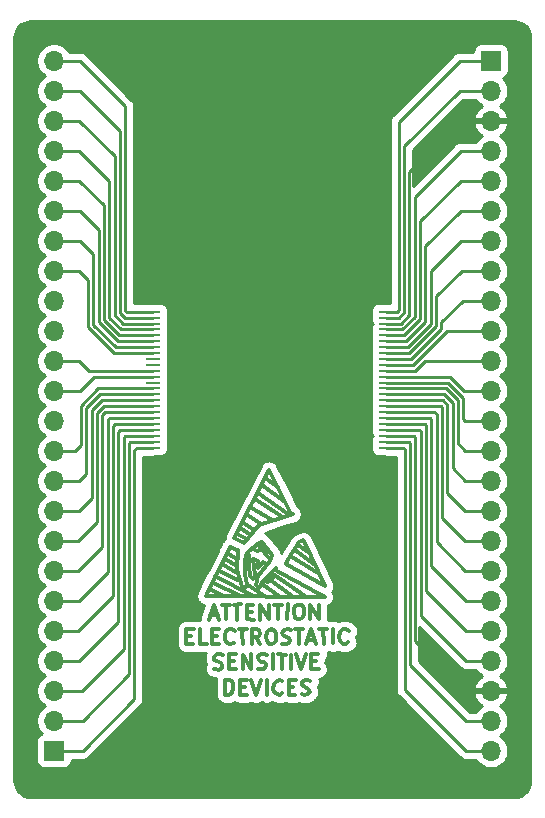
<source format=gbr>
G04 #@! TF.GenerationSoftware,KiCad,Pcbnew,(5.1.5)-3*
G04 #@! TF.CreationDate,2020-02-24T20:29:18-05:00*
G04 #@! TF.ProjectId,SingleBoard,53696e67-6c65-4426-9f61-72642e6b6963,rev?*
G04 #@! TF.SameCoordinates,Original*
G04 #@! TF.FileFunction,Copper,L1,Top*
G04 #@! TF.FilePolarity,Positive*
%FSLAX46Y46*%
G04 Gerber Fmt 4.6, Leading zero omitted, Abs format (unit mm)*
G04 Created by KiCad (PCBNEW (5.1.5)-3) date 2020-02-24 20:29:18*
%MOMM*%
%LPD*%
G04 APERTURE LIST*
%ADD10C,0.304800*%
%ADD11R,1.200899X0.239400*%
%ADD12O,1.700000X1.700000*%
%ADD13R,1.700000X1.700000*%
%ADD14C,0.250000*%
%ADD15C,0.254000*%
G04 APERTURE END LIST*
D10*
X114778760Y-84742700D02*
X115108960Y-84610620D01*
X114499360Y-85171960D02*
X114778760Y-84742700D01*
X114169160Y-85710440D02*
X114499360Y-85171960D01*
X113658620Y-86541020D02*
X114169160Y-85710440D01*
X112190500Y-87511300D02*
X112800100Y-86980440D01*
X111679960Y-88021840D02*
X112190500Y-87511300D01*
X111370080Y-88682240D02*
X111679960Y-88021840D01*
X111138940Y-88372360D02*
X111370080Y-88682240D01*
X111298960Y-87592580D02*
X111138940Y-88372360D01*
X112309880Y-86322580D02*
X111298960Y-87592580D01*
X112459740Y-85812040D02*
X112309880Y-86322580D01*
X111598680Y-84722380D02*
X112459740Y-85812040D01*
X111370080Y-84872240D02*
X111598680Y-84722380D01*
X110529340Y-85502160D02*
X111370080Y-84872240D01*
X110280420Y-85832360D02*
X110529340Y-85502160D01*
X110229620Y-85880620D02*
X110280420Y-85832360D01*
X110150880Y-86421640D02*
X110229620Y-85880620D01*
X110150880Y-87480820D02*
X110150880Y-86421640D01*
X110379480Y-88352040D02*
X110150880Y-87480820D01*
X110008640Y-88771140D02*
X110379480Y-88352040D01*
X109510800Y-87102360D02*
X110008640Y-88771140D01*
X109620020Y-85420880D02*
X109510800Y-87102360D01*
X111349760Y-83350780D02*
X110120400Y-84862080D01*
X113249680Y-82682760D02*
X111349760Y-83350780D01*
X114199640Y-82400820D02*
X113249680Y-82682760D01*
X112309880Y-87460500D02*
X112568960Y-87811020D01*
X112078740Y-88171700D02*
X112109220Y-88171700D01*
X111779020Y-87991360D02*
X112078740Y-88171700D01*
X113610360Y-86652780D02*
X113678940Y-86622300D01*
X116960620Y-88471420D02*
X113610360Y-86652780D01*
X115159760Y-84691900D02*
X116960620Y-88471420D01*
X110100080Y-84841760D02*
X110130560Y-84841760D01*
X109239020Y-84412500D02*
X110100080Y-84841760D01*
X112210820Y-78621300D02*
X109239020Y-84412500D01*
X114090420Y-82352560D02*
X112210820Y-78621300D01*
X116909820Y-89390900D02*
X112868680Y-87181100D01*
X106848880Y-89312160D02*
X116909820Y-89390900D01*
X108908820Y-85151640D02*
X106848880Y-89312160D01*
X109538740Y-85431040D02*
X108908820Y-85151640D01*
X111700280Y-86441960D02*
X111928880Y-86571500D01*
X111271020Y-86980440D02*
X111700280Y-86441960D01*
X111298960Y-86370840D02*
X111271020Y-86980440D01*
X110859540Y-86162560D02*
X111298960Y-86370840D01*
X110989080Y-87562100D02*
X110859540Y-86162560D01*
X110890020Y-87871980D02*
X110989080Y-87562100D01*
X110610620Y-87640840D02*
X110890020Y-87871980D01*
X110481080Y-86802640D02*
X110610620Y-87640840D01*
X110481080Y-85860300D02*
X110481080Y-86802640D01*
X112060960Y-85911100D02*
X112238760Y-86142240D01*
X111580900Y-85382780D02*
X112060960Y-85911100D01*
X111220220Y-85502160D02*
X111580900Y-85382780D01*
X110890020Y-85352300D02*
X111220220Y-85502160D01*
X111911100Y-79332500D02*
X112949960Y-80071640D01*
X111649480Y-79942100D02*
X113579880Y-81341640D01*
X111250700Y-80602500D02*
X113859280Y-82352560D01*
X110989080Y-81130820D02*
X113198880Y-82581160D01*
X110641100Y-81770900D02*
X112459740Y-82911360D01*
X111550420Y-83190760D02*
X111580900Y-83190760D01*
X110280420Y-82400820D02*
X111550420Y-83190760D01*
X109950220Y-83040900D02*
X110968760Y-83731780D01*
X110689360Y-84181360D02*
X110689360Y-84161040D01*
X109769880Y-83551440D02*
X110689360Y-84181360D01*
X109490480Y-84031500D02*
X110310900Y-84511560D01*
X114700020Y-84971300D02*
X115540760Y-85601220D01*
X114451100Y-85431040D02*
X116099560Y-86721360D01*
X114120900Y-86040640D02*
X116378960Y-87381760D01*
X108629420Y-85662180D02*
X109371100Y-86060960D01*
X108449080Y-86162560D02*
X109520960Y-86751840D01*
X108250960Y-86652780D02*
X109538740Y-87381760D01*
X109589540Y-87991360D02*
X109620020Y-87991360D01*
X107969020Y-87201420D02*
X109589540Y-87991360D01*
X107659140Y-87661160D02*
X110859540Y-89312160D01*
X107440700Y-88222500D02*
X109820680Y-89360420D01*
X107229880Y-88750820D02*
X108350020Y-89342640D01*
X110460760Y-88372360D02*
X111979680Y-89390900D01*
X113021080Y-89312160D02*
X113049020Y-89312160D01*
X111649480Y-88301240D02*
X113021080Y-89312160D01*
X112238760Y-87841500D02*
X114169160Y-89291840D01*
X115258820Y-89312160D02*
X115279140Y-89312160D01*
X112520700Y-87460500D02*
X115258820Y-89312160D01*
X111349760Y-85070360D02*
X112060960Y-85580900D01*
X107539760Y-90041140D02*
X107969020Y-91311140D01*
X107130820Y-91311140D02*
X107539760Y-90041140D01*
X107250200Y-90960620D02*
X107849640Y-90970780D01*
X108210320Y-90048760D02*
X108891040Y-90041140D01*
X109221240Y-90041140D02*
X109858780Y-90030980D01*
X108550680Y-90048760D02*
X108581160Y-91280660D01*
X109538740Y-91311140D02*
X109531120Y-90058920D01*
X110338840Y-91280660D02*
X110349000Y-91280660D01*
X110338840Y-90048760D02*
X110338840Y-91280660D01*
X110349000Y-90048760D02*
X110859540Y-90048760D01*
X110379480Y-90650740D02*
X110399800Y-90650740D01*
X110801120Y-90640580D02*
X110379480Y-90650740D01*
X110359160Y-91300980D02*
X110369320Y-91300980D01*
X110900180Y-91318760D02*
X110359160Y-91300980D01*
X112190500Y-91290820D02*
X112190500Y-90058920D01*
X111479300Y-90089400D02*
X112190500Y-91290820D01*
X111489460Y-91328920D02*
X111479300Y-90089400D01*
X112609600Y-90041140D02*
X113310640Y-90041140D01*
X112970280Y-90069080D02*
X112990600Y-91280660D01*
X113780540Y-90030980D02*
X113770380Y-91290820D01*
X114430780Y-90180840D02*
X114639060Y-90058920D01*
X114319020Y-90389120D02*
X114430780Y-90180840D01*
X114319020Y-90709160D02*
X114319020Y-90389120D01*
X114430780Y-91140960D02*
X114319020Y-90709160D01*
X114600960Y-91280660D02*
X114430780Y-91140960D01*
X114809240Y-91300980D02*
X114600960Y-91280660D01*
X115040380Y-91189220D02*
X114809240Y-91300980D01*
X115149600Y-90970780D02*
X115040380Y-91189220D01*
X115159760Y-90671060D02*
X115149600Y-90970780D01*
X115149600Y-90330700D02*
X115159760Y-90671060D01*
X114979420Y-90119880D02*
X115149600Y-90330700D01*
X114750820Y-90048760D02*
X114979420Y-90119880D01*
X116439920Y-91300980D02*
X116429760Y-90069080D01*
X115721100Y-90099560D02*
X116439920Y-91300980D01*
X115710940Y-91290820D02*
X115721100Y-90099560D01*
X105850660Y-92111240D02*
X105210580Y-92111240D01*
X105200420Y-93371080D02*
X105789700Y-93371080D01*
X105210580Y-92111240D02*
X105200420Y-93371080D01*
X105629680Y-92731000D02*
X105251220Y-92720840D01*
X106361200Y-93371080D02*
X106950480Y-93371080D01*
X106368820Y-92101080D02*
X106361200Y-93371080D01*
X107389900Y-93381240D02*
X107958860Y-93381240D01*
X107389900Y-92118860D02*
X107389900Y-93381240D01*
X107440700Y-92731000D02*
X107791220Y-92731000D01*
X107389900Y-92118860D02*
X107958860Y-92118860D01*
X107400060Y-92129020D02*
X107389900Y-92118860D01*
X108880880Y-93371080D02*
X109228860Y-93289800D01*
X108670060Y-93269480D02*
X108880880Y-93371080D01*
X108510040Y-93020560D02*
X108670060Y-93269480D01*
X108489720Y-92659880D02*
X108510040Y-93020560D01*
X108588780Y-92289040D02*
X108489720Y-92659880D01*
X108840240Y-92139180D02*
X108588780Y-92289040D01*
X109061220Y-92139180D02*
X108840240Y-92139180D01*
X109299980Y-92250940D02*
X109061220Y-92139180D01*
X109650500Y-92118860D02*
X110321060Y-92118860D01*
X109950220Y-92499860D02*
X109970540Y-93371080D01*
X109970540Y-92129020D02*
X109990860Y-92129020D01*
X109960380Y-92520180D02*
X109970540Y-92129020D01*
X110829060Y-92779260D02*
X110839220Y-92779260D01*
X111230380Y-92779260D02*
X110829060Y-92779260D01*
X111400560Y-92690360D02*
X111230380Y-92779260D01*
X111489460Y-92499860D02*
X111400560Y-92690360D01*
X111400560Y-92240780D02*
X111489460Y-92499860D01*
X111210060Y-92129020D02*
X111400560Y-92240780D01*
X110770640Y-92139180D02*
X111210060Y-92129020D01*
X110770640Y-93360920D02*
X110770640Y-92139180D01*
X111121160Y-92819900D02*
X111479300Y-93360920D01*
X112180340Y-92179820D02*
X112360680Y-92169660D01*
X112030480Y-92370320D02*
X112180340Y-92179820D01*
X111959360Y-92789420D02*
X112030480Y-92370320D01*
X112030480Y-93109460D02*
X111959360Y-92789420D01*
X112238760Y-93371080D02*
X112030480Y-93109460D01*
X112459740Y-93381240D02*
X112238760Y-93371080D01*
X112650240Y-93330440D02*
X112459740Y-93381240D01*
X112769620Y-93170420D02*
X112650240Y-93330440D01*
X112840740Y-92789420D02*
X112769620Y-93170420D01*
X112779780Y-92421120D02*
X112840740Y-92789420D01*
X112640080Y-92200140D02*
X112779780Y-92421120D01*
X112391160Y-92129020D02*
X112640080Y-92200140D01*
X113630680Y-93399020D02*
X113320800Y-93360920D01*
X113879600Y-93320280D02*
X113630680Y-93399020D01*
X114029460Y-93150100D02*
X113879600Y-93320280D01*
X113920240Y-92880860D02*
X114029460Y-93150100D01*
X113668780Y-92769100D02*
X113920240Y-92880860D01*
X113369060Y-92609080D02*
X113668780Y-92769100D01*
X113310640Y-92421120D02*
X113369060Y-92609080D01*
X113450340Y-92169660D02*
X113310640Y-92421120D01*
X113811020Y-92111240D02*
X113450340Y-92169660D01*
X114039620Y-92179820D02*
X113811020Y-92111240D01*
X114430780Y-92118860D02*
X115081020Y-92118860D01*
X114740660Y-92129020D02*
X114760980Y-93371080D01*
X115799840Y-92149340D02*
X116201160Y-93371080D01*
X115380740Y-93381240D02*
X115799840Y-92149340D01*
X115510280Y-93020560D02*
X116041140Y-93020560D01*
X116460240Y-92149340D02*
X117151120Y-92139180D01*
X116800600Y-92149340D02*
X116831080Y-93371080D01*
X117631180Y-92111240D02*
X117631180Y-93340600D01*
X118741160Y-93360920D02*
X118918960Y-93249160D01*
X118449060Y-93360920D02*
X118741160Y-93360920D01*
X118200140Y-93160260D02*
X118449060Y-93360920D01*
X118149340Y-92758940D02*
X118200140Y-93160260D01*
X118240780Y-92339840D02*
X118149340Y-92758940D01*
X118479540Y-92139180D02*
X118240780Y-92339840D01*
X118710680Y-92118860D02*
X118479540Y-92139180D01*
X118979920Y-92271260D02*
X118710680Y-92118860D01*
X107638820Y-95489440D02*
X107570240Y-95469120D01*
X107979180Y-95550400D02*
X107638820Y-95489440D01*
X108210320Y-95441180D02*
X107979180Y-95550400D01*
X108261120Y-95169400D02*
X108210320Y-95441180D01*
X108129040Y-94961120D02*
X108261120Y-95169400D01*
X107798840Y-94829040D02*
X108129040Y-94961120D01*
X107570240Y-94709660D02*
X107798840Y-94829040D01*
X107549920Y-94498840D02*
X107570240Y-94709660D01*
X107781060Y-94270240D02*
X107549920Y-94498840D01*
X108090940Y-94260080D02*
X107781060Y-94270240D01*
X108299220Y-94321040D02*
X108090940Y-94260080D01*
X109399040Y-94260080D02*
X108850400Y-94260080D01*
X109228860Y-94839200D02*
X108830080Y-94829040D01*
X108840240Y-95499600D02*
X108819920Y-94270240D01*
X109439680Y-95530080D02*
X108840240Y-95499600D01*
X110679200Y-95509760D02*
X110679200Y-94270240D01*
X109990860Y-94331200D02*
X110679200Y-95509760D01*
X109990860Y-95499600D02*
X109990860Y-94331200D01*
X111550420Y-95509760D02*
X111281180Y-95469120D01*
X111789180Y-95489440D02*
X111550420Y-95509760D01*
X111959360Y-95288780D02*
X111789180Y-95489440D01*
X111928880Y-95090660D02*
X111959360Y-95288780D01*
X111761240Y-94940800D02*
X111928880Y-95090660D01*
X111540260Y-94869680D02*
X111761240Y-94940800D01*
X111339600Y-94780780D02*
X111540260Y-94869680D01*
X111240540Y-94590280D02*
X111339600Y-94780780D01*
X111309120Y-94379460D02*
X111240540Y-94590280D01*
X111519940Y-94260080D02*
X111309120Y-94379460D01*
X111789180Y-94229600D02*
X111519940Y-94260080D01*
X112000000Y-94321040D02*
X111789180Y-94229600D01*
X112510540Y-94219440D02*
X112510540Y-95479280D01*
X112960120Y-94270240D02*
X113630680Y-94280400D01*
X113300480Y-95479280D02*
X113310640Y-95479280D01*
X113290320Y-94290560D02*
X113300480Y-95479280D01*
X114100580Y-94290560D02*
X114090420Y-95489440D01*
X114921000Y-95489440D02*
X115360420Y-94270240D01*
X114509520Y-94270240D02*
X114921000Y-95489440D01*
X116399280Y-94260080D02*
X115799840Y-94270240D01*
X115799840Y-95509760D02*
X115779520Y-94290560D01*
X116409440Y-95530080D02*
X115799840Y-95509760D01*
X116208780Y-94829040D02*
X115850640Y-94839200D01*
X108870720Y-96439400D02*
X108571000Y-96429240D01*
X109040900Y-96530840D02*
X108870720Y-96439400D01*
X109160280Y-96769600D02*
X109040900Y-96530840D01*
X109200920Y-97099800D02*
X109160280Y-96769600D01*
X109089160Y-97501120D02*
X109200920Y-97099800D01*
X108819920Y-97678920D02*
X109089160Y-97501120D01*
X108499880Y-97678920D02*
X108819920Y-97678920D01*
X108499880Y-96439400D02*
X108499880Y-97678920D01*
X109739400Y-97661140D02*
X110359160Y-97678920D01*
X109769880Y-96419080D02*
X109739400Y-97661140D01*
X110369320Y-96419080D02*
X109769880Y-96419080D01*
X109841000Y-97038840D02*
X109841000Y-97021060D01*
X110178820Y-97010900D02*
X109841000Y-97038840D01*
X111138940Y-97678920D02*
X111560580Y-96419080D01*
X110719840Y-96408920D02*
X111138940Y-97678920D01*
X112000000Y-96419080D02*
X112000000Y-97661140D01*
X113310640Y-97569700D02*
X113320800Y-97559540D01*
X113160780Y-97689080D02*
X113310640Y-97569700D01*
X112899160Y-97650980D02*
X113160780Y-97689080D01*
X112619760Y-97480800D02*
X112899160Y-97650980D01*
X112520700Y-97181080D02*
X112619760Y-97480800D01*
X112599440Y-96779760D02*
X112520700Y-97181080D01*
X112850900Y-96490200D02*
X112599440Y-96779760D01*
X113099820Y-96439400D02*
X112850900Y-96490200D01*
X113310640Y-96530840D02*
X113099820Y-96439400D01*
X113879600Y-97661140D02*
X114451100Y-97678920D01*
X113869440Y-96439400D02*
X113879600Y-97661140D01*
X114479040Y-96419080D02*
X113869440Y-96439400D01*
X114199640Y-97010900D02*
X113889760Y-97021060D01*
X114979420Y-97650980D02*
X114989580Y-97640820D01*
X115210560Y-97689080D02*
X114979420Y-97650980D01*
X115520440Y-97640820D02*
X115210560Y-97689080D01*
X115660140Y-97450320D02*
X115520440Y-97640820D01*
X115540760Y-97160760D02*
X115660140Y-97450320D01*
X115279140Y-97059160D02*
X115540760Y-97160760D01*
X114999740Y-96840720D02*
X115279140Y-97059160D01*
X114999740Y-96599420D02*
X114999740Y-96840720D01*
X115230880Y-96429240D02*
X114999740Y-96599420D01*
X115500120Y-96429240D02*
X115230880Y-96429240D01*
X115721100Y-96520680D02*
X115500120Y-96429240D01*
D11*
X122096048Y-65249999D03*
X122096048Y-65750000D03*
X122096048Y-66249999D03*
X122096048Y-66750001D03*
X122096048Y-67250000D03*
X122096048Y-67749999D03*
X122096048Y-68250000D03*
X122096048Y-68749999D03*
X122096048Y-69250001D03*
X122096048Y-69750000D03*
X122096048Y-70249999D03*
X122096048Y-70750000D03*
X122096048Y-71250000D03*
X122096048Y-71749998D03*
X122096048Y-72250000D03*
X122096048Y-72749999D03*
X122096048Y-73250001D03*
X122096048Y-73750000D03*
X122096048Y-74249999D03*
X122096048Y-74750000D03*
X122096048Y-75249999D03*
X122096048Y-75750001D03*
X122096048Y-76250000D03*
X122096048Y-76749999D03*
X102403952Y-76750001D03*
X102403952Y-76250000D03*
X102403952Y-75750001D03*
X102403952Y-75249999D03*
X102403952Y-74750000D03*
X102403952Y-74250001D03*
X102403952Y-73750000D03*
X102403952Y-73250001D03*
X102403952Y-72749999D03*
X102403952Y-72250000D03*
X102403952Y-71750001D03*
X102403952Y-71250000D03*
X102403952Y-70750000D03*
X102403952Y-70249999D03*
X102403952Y-69750000D03*
X102403952Y-69250001D03*
X102403952Y-68749999D03*
X102403952Y-68250000D03*
X102403952Y-67749999D03*
X102403952Y-67250000D03*
X102403952Y-66750001D03*
X102403952Y-66249999D03*
X102403952Y-65750000D03*
X102403952Y-65250001D03*
D12*
X131000000Y-102420000D03*
X131000000Y-99880000D03*
X131000000Y-97340000D03*
X131000000Y-94800000D03*
X131000000Y-92260000D03*
X131000000Y-89720000D03*
X131000000Y-87180000D03*
X131000000Y-84640000D03*
X131000000Y-82100000D03*
X131000000Y-79560000D03*
X131000000Y-77020000D03*
X131000000Y-74480000D03*
X131000000Y-71940000D03*
X131000000Y-69400000D03*
X131000000Y-66860000D03*
X131000000Y-64320000D03*
X131000000Y-61780000D03*
X131000000Y-59240000D03*
X131000000Y-56700000D03*
X131000000Y-54160000D03*
X131000000Y-51620000D03*
X131000000Y-49080000D03*
X131000000Y-46540000D03*
D13*
X131000000Y-44000000D03*
D12*
X94000000Y-44000000D03*
X94000000Y-46540000D03*
X94000000Y-49080000D03*
X94000000Y-51620000D03*
X94000000Y-54160000D03*
X94000000Y-56700000D03*
X94000000Y-59240000D03*
X94000000Y-61780000D03*
X94000000Y-64320000D03*
X94000000Y-66860000D03*
X94000000Y-69400000D03*
X94000000Y-71940000D03*
X94000000Y-74480000D03*
X94000000Y-77020000D03*
X94000000Y-79560000D03*
X94000000Y-82100000D03*
X94000000Y-84640000D03*
X94000000Y-87180000D03*
X94000000Y-89720000D03*
X94000000Y-92260000D03*
X94000000Y-94800000D03*
X94000000Y-97340000D03*
X94000000Y-99880000D03*
D13*
X94000000Y-102420000D03*
D14*
X96200000Y-44000000D02*
X94000000Y-44000000D01*
X102403952Y-65250001D02*
X100150001Y-65250001D01*
X100050000Y-47850000D02*
X96200000Y-44000000D01*
X100050000Y-65150000D02*
X100050000Y-47850000D01*
X100150001Y-65250001D02*
X100050000Y-65150000D01*
X96190000Y-46540000D02*
X94000000Y-46540000D01*
X99600000Y-49950000D02*
X96190000Y-46540000D01*
X99600000Y-65350000D02*
X99600000Y-49950000D01*
X102403952Y-65750000D02*
X100000000Y-65750000D01*
X100000000Y-65750000D02*
X99600000Y-65350000D01*
X96130000Y-49080000D02*
X94000000Y-49080000D01*
X99150000Y-52100000D02*
X96130000Y-49080000D01*
X99150000Y-65550000D02*
X99150000Y-52100000D01*
X102403952Y-66249999D02*
X99850000Y-66250000D01*
X99850000Y-66250000D02*
X99150000Y-65550000D01*
X96120000Y-51620000D02*
X94000000Y-51620000D01*
X98700000Y-54200000D02*
X96120000Y-51620000D01*
X102403952Y-66750001D02*
X99700000Y-66750000D01*
X98700000Y-65750000D02*
X98700000Y-54200000D01*
X99700000Y-66750000D02*
X98700000Y-65750000D01*
X98250000Y-65950000D02*
X98250000Y-56250000D01*
X96160000Y-54160000D02*
X94000000Y-54160000D01*
X102403952Y-67250000D02*
X99550000Y-67250000D01*
X98250000Y-56250000D02*
X96160000Y-54160000D01*
X99550000Y-67250000D02*
X98250000Y-65950000D01*
X96200000Y-56700000D02*
X94000000Y-56700000D01*
X97800000Y-66150000D02*
X97800000Y-58300000D01*
X97800000Y-58300000D02*
X96200000Y-56700000D01*
X102403952Y-67749999D02*
X99400000Y-67750000D01*
X99400000Y-67750000D02*
X97800000Y-66150000D01*
X97350000Y-60400000D02*
X96190000Y-59240000D01*
X97350000Y-66350000D02*
X97350000Y-60400000D01*
X96190000Y-59240000D02*
X94000000Y-59240000D01*
X102403952Y-68250000D02*
X99250000Y-68250000D01*
X99250000Y-68250000D02*
X97350000Y-66350000D01*
X96130000Y-61780000D02*
X94000000Y-61780000D01*
X96900000Y-66550000D02*
X96900000Y-62550000D01*
X102403952Y-68749999D02*
X99100000Y-68750000D01*
X96900000Y-62550000D02*
X96130000Y-61780000D01*
X99100000Y-68750000D02*
X96900000Y-66550000D01*
X96150000Y-69400000D02*
X94000000Y-69400000D01*
X102403952Y-70249999D02*
X97000000Y-70250000D01*
X97000000Y-70250000D02*
X96150000Y-69400000D01*
X96210000Y-71940000D02*
X94000000Y-71940000D01*
X102403952Y-70750000D02*
X97400000Y-70750000D01*
X97400000Y-70750000D02*
X96210000Y-71940000D01*
X96300000Y-76500000D02*
X95780000Y-77020000D01*
X96300000Y-73200000D02*
X96300000Y-76500000D01*
X95780000Y-77020000D02*
X94000000Y-77020000D01*
X102403952Y-71750001D02*
X97749999Y-71750001D01*
X97749999Y-71750001D02*
X96300000Y-73200000D01*
X96140000Y-79560000D02*
X94000000Y-79560000D01*
X96750000Y-73400000D02*
X96750000Y-78950000D01*
X96750000Y-78950000D02*
X96140000Y-79560000D01*
X102403952Y-72250000D02*
X97900000Y-72250000D01*
X97900000Y-72250000D02*
X96750000Y-73400000D01*
X101153952Y-72749999D02*
X98050001Y-72749999D01*
X98050001Y-72749999D02*
X97200000Y-73600000D01*
X97200000Y-73600000D02*
X97200000Y-81050000D01*
X96150000Y-82100000D02*
X94000000Y-82100000D01*
X97200000Y-81050000D02*
X96150000Y-82100000D01*
X101153952Y-72749999D02*
X102403952Y-72749999D01*
X97650000Y-83050000D02*
X96060000Y-84640000D01*
X97650000Y-73800000D02*
X97650000Y-83050000D01*
X102403952Y-73250001D02*
X98199999Y-73250001D01*
X96060000Y-84640000D02*
X94000000Y-84640000D01*
X98199999Y-73250001D02*
X97650000Y-73800000D01*
X98100000Y-85150000D02*
X96070000Y-87180000D01*
X98100000Y-74000000D02*
X98100000Y-85150000D01*
X96070000Y-87180000D02*
X94000000Y-87180000D01*
X102403952Y-73750000D02*
X98350000Y-73750000D01*
X98350000Y-73750000D02*
X98100000Y-74000000D01*
X98550000Y-87300000D02*
X96130000Y-89720000D01*
X96130000Y-89720000D02*
X94000000Y-89720000D01*
X98550000Y-74400000D02*
X98550000Y-87300000D01*
X102403952Y-74250001D02*
X98699999Y-74250001D01*
X98699999Y-74250001D02*
X98550000Y-74400000D01*
X96040000Y-92260000D02*
X94000000Y-92260000D01*
X99000000Y-89300000D02*
X96040000Y-92260000D01*
X99000000Y-74950000D02*
X99000000Y-89300000D01*
X102403952Y-74750000D02*
X99200000Y-74750000D01*
X99200000Y-74750000D02*
X99000000Y-74950000D01*
X96150000Y-94800000D02*
X94000000Y-94800000D01*
X99450000Y-75400000D02*
X99450000Y-91500000D01*
X99450000Y-91500000D02*
X96150000Y-94800000D01*
X102403952Y-75249999D02*
X99600000Y-75250000D01*
X99600000Y-75250000D02*
X99450000Y-75400000D01*
X96360000Y-97340000D02*
X94000000Y-97340000D01*
X99900000Y-75850000D02*
X99900000Y-93800000D01*
X99900000Y-93800000D02*
X96360000Y-97340000D01*
X102403952Y-75750001D02*
X100000000Y-75750000D01*
X100000000Y-75750000D02*
X99900000Y-75850000D01*
X102403952Y-76250000D02*
X100450000Y-76250000D01*
X100450000Y-76250000D02*
X100350000Y-76350000D01*
X100350000Y-76350000D02*
X100350000Y-95950000D01*
X96420000Y-99880000D02*
X94000000Y-99880000D01*
X100350000Y-95950000D02*
X96420000Y-99880000D01*
X96430000Y-102420000D02*
X94000000Y-102420000D01*
X100800000Y-98050000D02*
X96430000Y-102420000D01*
X100800000Y-76950000D02*
X100800000Y-98050000D01*
X102403952Y-76750001D02*
X101000000Y-76750000D01*
X101000000Y-76750000D02*
X100800000Y-76950000D01*
X123700000Y-76900000D02*
X123700000Y-97250000D01*
X122096048Y-76749999D02*
X123550000Y-76750000D01*
X128870000Y-102420000D02*
X131000000Y-102420000D01*
X123700000Y-97250000D02*
X128870000Y-102420000D01*
X123550000Y-76750000D02*
X123700000Y-76900000D01*
X122096048Y-76250000D02*
X124050000Y-76250000D01*
X124050000Y-76250000D02*
X124150000Y-76350000D01*
X124150000Y-76350000D02*
X124150000Y-95150000D01*
X128880000Y-99880000D02*
X131000000Y-99880000D01*
X124150000Y-95150000D02*
X128880000Y-99880000D01*
X122096048Y-75249999D02*
X122946498Y-75250000D01*
X122946498Y-75250000D02*
X124950000Y-75250000D01*
X124950000Y-75250000D02*
X125050000Y-75350000D01*
X125050000Y-75350000D02*
X125050000Y-91000000D01*
X128850000Y-94800000D02*
X131000000Y-94800000D01*
X125050000Y-91000000D02*
X128850000Y-94800000D01*
X122096048Y-74750000D02*
X125400000Y-74750000D01*
X125400000Y-74750000D02*
X125500000Y-74850000D01*
X125500000Y-74850000D02*
X125500000Y-88900000D01*
X128860000Y-92260000D02*
X131000000Y-92260000D01*
X125500000Y-88900000D02*
X128860000Y-92260000D01*
X122096048Y-74249999D02*
X122946498Y-74250000D01*
X122946498Y-74250000D02*
X125850000Y-74250000D01*
X125850000Y-74250000D02*
X125950000Y-74350000D01*
X125950000Y-74350000D02*
X125950000Y-86750000D01*
X128920000Y-89720000D02*
X131000000Y-89720000D01*
X125950000Y-86750000D02*
X128920000Y-89720000D01*
X126400000Y-84750000D02*
X128830000Y-87180000D01*
X126400000Y-73950000D02*
X126400000Y-84750000D01*
X128830000Y-87180000D02*
X131000000Y-87180000D01*
X122096048Y-73750000D02*
X126200000Y-73750000D01*
X126200000Y-73750000D02*
X126400000Y-73950000D01*
X122096048Y-73250001D02*
X126750001Y-73250001D01*
X126750001Y-73250001D02*
X126850000Y-73350000D01*
X126850000Y-73350000D02*
X126850000Y-82700000D01*
X128790000Y-84640000D02*
X131000000Y-84640000D01*
X126850000Y-82700000D02*
X128790000Y-84640000D01*
X122096048Y-72749999D02*
X122946498Y-72750000D01*
X122946498Y-72750000D02*
X126900000Y-72750000D01*
X126900000Y-72750000D02*
X127300000Y-73150000D01*
X127300000Y-73150000D02*
X127300000Y-80600000D01*
X128800000Y-82100000D02*
X131000000Y-82100000D01*
X127300000Y-80600000D02*
X128800000Y-82100000D01*
X127750000Y-78500000D02*
X128810000Y-79560000D01*
X128810000Y-79560000D02*
X131000000Y-79560000D01*
X127750000Y-72950000D02*
X127750000Y-78500000D01*
X122096048Y-72250000D02*
X127050000Y-72250000D01*
X127050000Y-72250000D02*
X127750000Y-72950000D01*
X122096048Y-71749998D02*
X127199998Y-71749998D01*
X127199998Y-71749998D02*
X128200000Y-72750000D01*
X128200000Y-72750000D02*
X128200000Y-76400000D01*
X128820000Y-77020000D02*
X131000000Y-77020000D01*
X128200000Y-76400000D02*
X128820000Y-77020000D01*
X128830000Y-74480000D02*
X131000000Y-74480000D01*
X128650000Y-74300000D02*
X128830000Y-74480000D01*
X128650000Y-72550000D02*
X128650000Y-74300000D01*
X122096048Y-71250000D02*
X127350000Y-71250000D01*
X127350000Y-71250000D02*
X128650000Y-72550000D01*
X128690000Y-71940000D02*
X131000000Y-71940000D01*
X122096048Y-70750000D02*
X127500000Y-70750000D01*
X127500000Y-70750000D02*
X128690000Y-71940000D01*
X125400000Y-69400000D02*
X131000000Y-69400000D01*
X122096048Y-70249999D02*
X124550000Y-70250000D01*
X124550000Y-70250000D02*
X125400000Y-69400000D01*
X127310000Y-66860000D02*
X131000000Y-66860000D01*
X127300000Y-66850000D02*
X127310000Y-66860000D01*
X122096048Y-69750000D02*
X124400000Y-69750000D01*
X124400000Y-69750000D02*
X127300000Y-66850000D01*
X122096048Y-69250001D02*
X124249999Y-69250001D01*
X124249999Y-69250001D02*
X126800000Y-66700000D01*
X126800000Y-66700000D02*
X126800000Y-66150000D01*
X128630000Y-64320000D02*
X131000000Y-64320000D01*
X126800000Y-66150000D02*
X128630000Y-64320000D01*
X122096048Y-68749999D02*
X124100001Y-68749999D01*
X124100001Y-68749999D02*
X126350000Y-66500000D01*
X126350000Y-66500000D02*
X126350000Y-63950000D01*
X128520000Y-61780000D02*
X131000000Y-61780000D01*
X126350000Y-63950000D02*
X128520000Y-61780000D01*
X128460000Y-59240000D02*
X131000000Y-59240000D01*
X125900000Y-61800000D02*
X128460000Y-59240000D01*
X122096048Y-68250000D02*
X123950000Y-68250000D01*
X125900000Y-66300000D02*
X125900000Y-61800000D01*
X123950000Y-68250000D02*
X125900000Y-66300000D01*
X122096048Y-67749999D02*
X123800001Y-67749999D01*
X123800001Y-67749999D02*
X125450000Y-66100000D01*
X125450000Y-66100000D02*
X125450000Y-59700000D01*
X128450000Y-56700000D02*
X131000000Y-56700000D01*
X125450000Y-59700000D02*
X128450000Y-56700000D01*
X125000000Y-57600000D02*
X128440000Y-54160000D01*
X125000000Y-65900000D02*
X125000000Y-57600000D01*
X122096048Y-67250000D02*
X123650000Y-67250000D01*
X128440000Y-54160000D02*
X131000000Y-54160000D01*
X123650000Y-67250000D02*
X125000000Y-65900000D01*
X128430000Y-51620000D02*
X131000000Y-51620000D01*
X124550000Y-65700000D02*
X124550000Y-55500000D01*
X122096048Y-66750001D02*
X123500000Y-66750000D01*
X124550000Y-55500000D02*
X128430000Y-51620000D01*
X123500000Y-66750000D02*
X124550000Y-65700000D01*
X123650000Y-51250000D02*
X128360000Y-46540000D01*
X128360000Y-46540000D02*
X131000000Y-46540000D01*
X123650000Y-65300000D02*
X123650000Y-51250000D01*
X122096048Y-65750000D02*
X123200000Y-65750000D01*
X123200000Y-65750000D02*
X123650000Y-65300000D01*
X122096048Y-65249999D02*
X123050001Y-65249999D01*
X123050001Y-65249999D02*
X123200000Y-65100000D01*
X123200000Y-65100000D02*
X123200000Y-49150000D01*
X128350000Y-44000000D02*
X131000000Y-44000000D01*
X123200000Y-49150000D02*
X128350000Y-44000000D01*
X122096048Y-66249999D02*
X123350001Y-66249999D01*
X123350001Y-66249999D02*
X124100000Y-65500000D01*
X124100000Y-65500000D02*
X124100000Y-53400000D01*
X128420000Y-49080000D02*
X131000000Y-49080000D01*
X124100000Y-53400000D02*
X128420000Y-49080000D01*
X122096048Y-75750001D02*
X124450001Y-75750001D01*
X124450001Y-75750001D02*
X124600000Y-75900000D01*
X124600000Y-75900000D02*
X124600000Y-93100000D01*
X128840000Y-97340000D02*
X131000000Y-97340000D01*
X124600000Y-93100000D02*
X128840000Y-97340000D01*
D15*
G36*
X133259659Y-40688625D02*
G01*
X133509429Y-40764035D01*
X133739792Y-40886522D01*
X133941980Y-41051422D01*
X134108286Y-41252450D01*
X134232378Y-41481954D01*
X134309531Y-41731195D01*
X134340000Y-42021088D01*
X134340001Y-104967711D01*
X134311375Y-105259660D01*
X134235965Y-105509429D01*
X134113477Y-105739794D01*
X133948579Y-105941979D01*
X133747546Y-106108288D01*
X133518046Y-106232378D01*
X133268805Y-106309531D01*
X132978911Y-106340000D01*
X92032279Y-106340000D01*
X91740340Y-106311375D01*
X91490571Y-106235965D01*
X91260206Y-106113477D01*
X91058021Y-105948579D01*
X90891712Y-105747546D01*
X90767622Y-105518046D01*
X90690469Y-105268805D01*
X90660000Y-104978911D01*
X90660000Y-101570000D01*
X92511928Y-101570000D01*
X92511928Y-103270000D01*
X92524188Y-103394482D01*
X92560498Y-103514180D01*
X92619463Y-103624494D01*
X92698815Y-103721185D01*
X92795506Y-103800537D01*
X92905820Y-103859502D01*
X93025518Y-103895812D01*
X93150000Y-103908072D01*
X94850000Y-103908072D01*
X94974482Y-103895812D01*
X95094180Y-103859502D01*
X95204494Y-103800537D01*
X95301185Y-103721185D01*
X95380537Y-103624494D01*
X95439502Y-103514180D01*
X95475812Y-103394482D01*
X95488072Y-103270000D01*
X95488072Y-103180000D01*
X96392678Y-103180000D01*
X96430000Y-103183676D01*
X96467322Y-103180000D01*
X96467333Y-103180000D01*
X96578986Y-103169003D01*
X96722247Y-103125546D01*
X96854276Y-103054974D01*
X96970001Y-102960001D01*
X96993804Y-102930997D01*
X101311003Y-98613799D01*
X101340001Y-98590001D01*
X101434974Y-98474276D01*
X101505546Y-98342247D01*
X101549003Y-98198986D01*
X101560000Y-98087333D01*
X101560000Y-98087324D01*
X101563676Y-98050001D01*
X101560000Y-98012678D01*
X101560000Y-93371080D01*
X104409211Y-93371080D01*
X104416507Y-93445152D01*
X104423195Y-93519174D01*
X104424100Y-93522245D01*
X104424414Y-93525437D01*
X104446032Y-93596702D01*
X104467021Y-93667958D01*
X104468506Y-93670791D01*
X104469438Y-93673863D01*
X104504547Y-93739548D01*
X104539031Y-93805332D01*
X104541042Y-93807823D01*
X104542554Y-93810652D01*
X104589782Y-93868200D01*
X104636458Y-93926019D01*
X104638917Y-93928070D01*
X104640951Y-93930549D01*
X104698523Y-93977797D01*
X104755558Y-94025379D01*
X104758366Y-94026909D01*
X104760848Y-94028946D01*
X104826551Y-94064065D01*
X104891753Y-94099596D01*
X104894807Y-94100549D01*
X104897637Y-94102062D01*
X104968934Y-94123689D01*
X105039811Y-94145815D01*
X105042991Y-94146154D01*
X105046063Y-94147086D01*
X105120166Y-94154385D01*
X105194040Y-94162263D01*
X105235907Y-94158480D01*
X105828373Y-94158480D01*
X105944057Y-94147086D01*
X106075450Y-94107229D01*
X106130469Y-94123918D01*
X106202190Y-94146145D01*
X106204557Y-94146392D01*
X106206843Y-94147086D01*
X106281810Y-94154470D01*
X106356453Y-94162274D01*
X106397498Y-94158480D01*
X106838721Y-94158480D01*
X106838490Y-94159035D01*
X106820622Y-94192024D01*
X106808732Y-94230454D01*
X106793261Y-94267585D01*
X106785866Y-94304364D01*
X106774779Y-94340198D01*
X106770615Y-94380207D01*
X106762685Y-94419646D01*
X106762607Y-94457162D01*
X106758724Y-94494469D01*
X106762445Y-94534514D01*
X106762442Y-94535889D01*
X106766072Y-94573546D01*
X106773074Y-94648907D01*
X106773461Y-94650208D01*
X106783205Y-94751303D01*
X106783623Y-94794772D01*
X106798537Y-94866158D01*
X106812623Y-94937755D01*
X106814392Y-94942051D01*
X106815342Y-94946598D01*
X106843895Y-95013700D01*
X106871680Y-95081177D01*
X106874254Y-95085047D01*
X106876072Y-95089319D01*
X106876817Y-95090411D01*
X106870058Y-95100669D01*
X106811631Y-95244347D01*
X106782356Y-95396663D01*
X106783359Y-95551764D01*
X106814603Y-95703688D01*
X106874884Y-95846599D01*
X106961888Y-95975003D01*
X107072269Y-96083967D01*
X107201789Y-96169302D01*
X107309470Y-96213091D01*
X107345598Y-96223796D01*
X107350072Y-96226078D01*
X107419818Y-96245787D01*
X107452209Y-96255384D01*
X107457125Y-96256329D01*
X107461935Y-96257688D01*
X107495139Y-96263635D01*
X107566363Y-96277324D01*
X107571388Y-96277292D01*
X107721981Y-96304263D01*
X107712480Y-96400728D01*
X107712481Y-97640237D01*
X107708671Y-97678920D01*
X107723874Y-97833277D01*
X107768898Y-97981703D01*
X107842014Y-98118492D01*
X107940411Y-98238389D01*
X108060308Y-98336786D01*
X108197097Y-98409902D01*
X108345523Y-98454926D01*
X108461207Y-98466320D01*
X108499880Y-98470129D01*
X108538553Y-98466320D01*
X108779116Y-98466320D01*
X108815638Y-98470117D01*
X108856453Y-98466320D01*
X108858593Y-98466320D01*
X108895026Y-98462732D01*
X108970074Y-98455750D01*
X108972135Y-98455137D01*
X108974277Y-98454926D01*
X109046596Y-98432988D01*
X109118741Y-98411529D01*
X109120637Y-98410529D01*
X109122703Y-98409902D01*
X109189382Y-98374261D01*
X109221554Y-98357288D01*
X109223330Y-98356115D01*
X109259492Y-98336786D01*
X109287884Y-98313486D01*
X109290460Y-98311784D01*
X109349897Y-98345455D01*
X109415780Y-98383138D01*
X109417344Y-98383662D01*
X109418776Y-98384473D01*
X109490756Y-98408251D01*
X109562854Y-98432400D01*
X109564490Y-98432609D01*
X109566053Y-98433125D01*
X109641265Y-98442401D01*
X109678163Y-98447107D01*
X109679806Y-98447154D01*
X109719990Y-98452110D01*
X109757108Y-98449372D01*
X110375237Y-98467105D01*
X110491200Y-98459033D01*
X110640856Y-98418284D01*
X110746234Y-98365785D01*
X110746279Y-98365817D01*
X110765337Y-98374354D01*
X110782977Y-98385532D01*
X110835981Y-98405997D01*
X110887831Y-98429223D01*
X110908187Y-98433877D01*
X110927670Y-98441400D01*
X110983655Y-98451133D01*
X111039033Y-98463795D01*
X111059905Y-98464389D01*
X111080481Y-98467966D01*
X111137273Y-98466590D01*
X111194074Y-98468206D01*
X111214670Y-98464715D01*
X111235540Y-98464209D01*
X111290972Y-98451780D01*
X111346996Y-98442283D01*
X111366508Y-98434843D01*
X111386887Y-98430274D01*
X111438841Y-98407264D01*
X111491923Y-98387025D01*
X111509608Y-98375922D01*
X111528704Y-98367465D01*
X111575170Y-98334762D01*
X111581947Y-98330508D01*
X111697218Y-98392122D01*
X111845644Y-98437146D01*
X112000000Y-98452349D01*
X112154357Y-98437146D01*
X112302783Y-98392122D01*
X112439572Y-98319006D01*
X112457754Y-98304084D01*
X112459822Y-98305344D01*
X112494196Y-98330697D01*
X112560906Y-98362032D01*
X112627315Y-98394022D01*
X112631073Y-98394992D01*
X112634584Y-98396641D01*
X112706109Y-98414356D01*
X112777499Y-98432779D01*
X112820145Y-98435178D01*
X113021500Y-98464502D01*
X113071778Y-98475266D01*
X113136748Y-98476212D01*
X113201695Y-98479230D01*
X113214210Y-98477340D01*
X113226865Y-98477524D01*
X113290784Y-98465774D01*
X113355060Y-98456066D01*
X113366967Y-98451770D01*
X113379413Y-98449482D01*
X113439805Y-98425490D01*
X113500958Y-98403426D01*
X113511799Y-98396889D01*
X113523559Y-98392217D01*
X113546060Y-98377652D01*
X113554233Y-98382353D01*
X113569055Y-98387358D01*
X113582907Y-98394614D01*
X113642411Y-98412125D01*
X113701187Y-98431970D01*
X113716698Y-98433986D01*
X113731702Y-98438402D01*
X113793481Y-98443969D01*
X113816461Y-98446956D01*
X113832003Y-98447440D01*
X113886179Y-98452321D01*
X113909337Y-98449845D01*
X114465269Y-98467141D01*
X114581252Y-98459350D01*
X114731006Y-98418963D01*
X114756382Y-98406398D01*
X114763285Y-98408245D01*
X114825063Y-98426985D01*
X114876666Y-98432067D01*
X115015124Y-98454890D01*
X115023869Y-98457948D01*
X115091528Y-98467484D01*
X115120654Y-98472285D01*
X115129851Y-98472885D01*
X115177456Y-98479595D01*
X115207059Y-98477926D01*
X115236651Y-98479858D01*
X115284316Y-98473571D01*
X115293514Y-98473052D01*
X115322669Y-98468511D01*
X115390424Y-98459574D01*
X115399198Y-98456593D01*
X115602676Y-98424904D01*
X115640748Y-98422828D01*
X115679096Y-98413003D01*
X115679819Y-98412890D01*
X115716646Y-98403382D01*
X115790999Y-98384331D01*
X115791662Y-98384013D01*
X115792371Y-98383830D01*
X115861567Y-98350488D01*
X115930852Y-98317261D01*
X115931438Y-98316821D01*
X115932101Y-98316502D01*
X115993465Y-98270299D01*
X116054933Y-98224196D01*
X116055424Y-98223648D01*
X116056010Y-98223207D01*
X116107074Y-98166041D01*
X116132533Y-98137645D01*
X116132966Y-98137054D01*
X116159337Y-98107532D01*
X116178701Y-98074689D01*
X116282042Y-97933770D01*
X116317279Y-97890977D01*
X116346117Y-97837239D01*
X116377196Y-97784747D01*
X116382732Y-97769007D01*
X116390620Y-97754309D01*
X116408419Y-97695981D01*
X116428662Y-97638431D01*
X116431021Y-97621913D01*
X116435890Y-97605958D01*
X116441969Y-97545262D01*
X116450593Y-97484885D01*
X116449685Y-97468231D01*
X116451348Y-97451626D01*
X116445469Y-97390908D01*
X116442148Y-97330011D01*
X116438007Y-97313848D01*
X116436399Y-97297244D01*
X116418791Y-97238852D01*
X116403651Y-97179761D01*
X116379678Y-97129772D01*
X116332919Y-97016356D01*
X116379123Y-96960015D01*
X116452189Y-96823199D01*
X116497160Y-96674758D01*
X116512308Y-96520395D01*
X116497049Y-96366045D01*
X116481382Y-96314465D01*
X116537859Y-96310797D01*
X116687702Y-96270743D01*
X116826851Y-96202225D01*
X116949960Y-96107877D01*
X117052296Y-95991324D01*
X117129929Y-95857047D01*
X117179873Y-95710203D01*
X117200210Y-95556439D01*
X117190158Y-95401662D01*
X117150103Y-95251818D01*
X117081585Y-95112669D01*
X116987237Y-94989561D01*
X116982329Y-94985252D01*
X116988851Y-94961329D01*
X116999670Y-94806604D01*
X116995682Y-94775254D01*
X117064500Y-94688440D01*
X117135288Y-94550431D01*
X117177790Y-94401264D01*
X117190375Y-94246672D01*
X117172558Y-94092595D01*
X117169844Y-94084164D01*
X117258204Y-94034062D01*
X117328398Y-94071582D01*
X117476824Y-94116606D01*
X117631180Y-94131809D01*
X117785537Y-94116606D01*
X117933963Y-94071582D01*
X118021112Y-94024999D01*
X118046824Y-94038743D01*
X118082214Y-94061944D01*
X118115040Y-94075205D01*
X118146277Y-94091902D01*
X118186788Y-94104191D01*
X118226025Y-94120042D01*
X118260810Y-94126645D01*
X118294703Y-94136926D01*
X118336835Y-94141076D01*
X118378408Y-94148967D01*
X118452248Y-94148320D01*
X118691475Y-94148320D01*
X118719100Y-94151821D01*
X118768827Y-94148320D01*
X118779833Y-94148320D01*
X118807421Y-94145603D01*
X118873820Y-94140928D01*
X118884498Y-94138011D01*
X118895517Y-94136926D01*
X118959243Y-94117595D01*
X119023444Y-94100059D01*
X119033344Y-94095117D01*
X119043943Y-94091902D01*
X119102679Y-94060507D01*
X119127449Y-94048142D01*
X119136756Y-94042292D01*
X119180732Y-94018786D01*
X119202262Y-94001117D01*
X119370733Y-93895221D01*
X119462612Y-93824010D01*
X119564314Y-93706903D01*
X119641214Y-93572205D01*
X119690359Y-93425093D01*
X119709860Y-93271221D01*
X119698968Y-93116500D01*
X119658099Y-92966877D01*
X119588826Y-92828102D01*
X119566794Y-92799676D01*
X119579208Y-92787849D01*
X119668475Y-92661008D01*
X119731280Y-92519188D01*
X119765212Y-92367841D01*
X119768964Y-92212783D01*
X119742395Y-92059972D01*
X119686524Y-91915281D01*
X119603499Y-91784269D01*
X119496509Y-91671972D01*
X119401447Y-91605071D01*
X119127490Y-91450001D01*
X119090950Y-91425027D01*
X119024599Y-91396724D01*
X118958608Y-91367500D01*
X118953295Y-91366309D01*
X118948283Y-91364171D01*
X118877670Y-91349354D01*
X118807261Y-91333568D01*
X118801814Y-91333436D01*
X118796485Y-91332318D01*
X118724332Y-91331561D01*
X118652204Y-91329816D01*
X118608597Y-91337398D01*
X118440392Y-91352185D01*
X118392792Y-91352741D01*
X118325437Y-91366959D01*
X118257818Y-91379674D01*
X118249653Y-91382956D01*
X118241032Y-91384776D01*
X118177755Y-91411857D01*
X118113906Y-91437523D01*
X118106531Y-91442340D01*
X118098439Y-91445803D01*
X118078322Y-91459587D01*
X118070751Y-91453374D01*
X117933962Y-91380258D01*
X117785536Y-91335234D01*
X117631180Y-91320031D01*
X117476823Y-91335234D01*
X117344309Y-91375431D01*
X117294049Y-91360989D01*
X117227902Y-91355455D01*
X117230144Y-91340424D01*
X117227163Y-91278755D01*
X117217595Y-90118605D01*
X117240700Y-90106486D01*
X117276127Y-90092206D01*
X117309220Y-90070547D01*
X117344229Y-90052185D01*
X117373937Y-90028191D01*
X117405906Y-90007268D01*
X117434135Y-89979572D01*
X117464893Y-89954730D01*
X117489355Y-89925395D01*
X117516622Y-89898642D01*
X117538904Y-89865973D01*
X117564225Y-89835607D01*
X117582493Y-89802064D01*
X117604018Y-89770505D01*
X117619498Y-89734118D01*
X117638409Y-89699394D01*
X117649783Y-89662928D01*
X117664736Y-89627780D01*
X117672819Y-89589075D01*
X117684594Y-89551325D01*
X117688635Y-89513342D01*
X117696444Y-89475951D01*
X117696821Y-89436409D01*
X117701004Y-89397092D01*
X117697558Y-89359054D01*
X117697922Y-89320854D01*
X117690577Y-89282000D01*
X117687010Y-89242621D01*
X117676207Y-89205978D01*
X117669113Y-89168449D01*
X117654333Y-89131781D01*
X117643149Y-89093847D01*
X117625406Y-89060019D01*
X117611126Y-89024592D01*
X117589467Y-88991499D01*
X117576328Y-88966449D01*
X117603690Y-88926066D01*
X117640426Y-88876235D01*
X117647132Y-88861949D01*
X117655983Y-88848887D01*
X117680037Y-88791859D01*
X117706339Y-88735833D01*
X117710129Y-88720517D01*
X117716262Y-88705976D01*
X117728731Y-88645337D01*
X117743594Y-88585269D01*
X117744323Y-88569510D01*
X117747502Y-88554050D01*
X117747901Y-88492158D01*
X117750761Y-88430331D01*
X117748400Y-88414725D01*
X117748502Y-88398950D01*
X117736820Y-88338176D01*
X117727562Y-88276972D01*
X117722204Y-88262130D01*
X117719225Y-88246634D01*
X117695915Y-88189314D01*
X117688088Y-88167636D01*
X117681335Y-88153463D01*
X117660795Y-88102956D01*
X117648059Y-88083627D01*
X115853957Y-84318291D01*
X115793910Y-84218758D01*
X115791135Y-84215714D01*
X115772136Y-84179102D01*
X115675208Y-84058014D01*
X115556520Y-83958163D01*
X115420632Y-83883385D01*
X115272766Y-83836554D01*
X115118606Y-83819470D01*
X114964075Y-83832790D01*
X114852433Y-83865175D01*
X114513350Y-84000809D01*
X114467192Y-84015421D01*
X114407596Y-84048204D01*
X114347242Y-84079524D01*
X114339731Y-84085536D01*
X114331293Y-84090178D01*
X114279239Y-84133959D01*
X114226154Y-84176452D01*
X114219955Y-84183820D01*
X114212591Y-84190014D01*
X114170083Y-84243100D01*
X114126303Y-84295140D01*
X114102963Y-84337554D01*
X113854738Y-84718919D01*
X113848330Y-84727378D01*
X113833660Y-84751302D01*
X113818341Y-84774837D01*
X113813449Y-84784261D01*
X113498235Y-85298302D01*
X113243389Y-85712902D01*
X113232803Y-85662082D01*
X113220995Y-85596394D01*
X113217004Y-85586231D01*
X113214779Y-85575551D01*
X113188694Y-85514147D01*
X113164296Y-85452024D01*
X113158401Y-85442838D01*
X113154134Y-85432794D01*
X113116577Y-85377668D01*
X113101512Y-85354194D01*
X113094779Y-85345674D01*
X113066804Y-85304612D01*
X113046829Y-85284994D01*
X112262164Y-84292011D01*
X112260379Y-84288600D01*
X112214170Y-84231276D01*
X112192498Y-84203850D01*
X112189834Y-84201086D01*
X112163038Y-84167844D01*
X112136149Y-84145379D01*
X112111834Y-84120148D01*
X112076775Y-84095773D01*
X112044009Y-84068398D01*
X112013255Y-84051611D01*
X111984484Y-84031608D01*
X111945340Y-84014540D01*
X111907866Y-83994085D01*
X111900516Y-83991785D01*
X113492435Y-83432059D01*
X114460749Y-83144672D01*
X114568410Y-83100834D01*
X114697891Y-83015440D01*
X114808223Y-82906426D01*
X114895168Y-82777982D01*
X114955384Y-82635045D01*
X114986558Y-82483107D01*
X114987491Y-82328005D01*
X114958147Y-82175702D01*
X114899654Y-82032050D01*
X114814260Y-81902569D01*
X114705246Y-81792237D01*
X114681843Y-81776395D01*
X113698966Y-79825252D01*
X113689511Y-79790437D01*
X113620442Y-79651561D01*
X113594667Y-79618204D01*
X112924155Y-78287147D01*
X112902256Y-78236688D01*
X112867289Y-78186207D01*
X112834416Y-78134332D01*
X112823200Y-78122559D01*
X112813937Y-78109186D01*
X112769794Y-78066498D01*
X112727431Y-78022030D01*
X112714126Y-78012666D01*
X112702439Y-78001364D01*
X112650820Y-77968111D01*
X112600593Y-77932760D01*
X112585723Y-77926174D01*
X112572049Y-77917365D01*
X112514920Y-77894815D01*
X112458776Y-77869949D01*
X112442907Y-77866391D01*
X112427778Y-77860419D01*
X112367348Y-77849448D01*
X112307430Y-77836012D01*
X112291174Y-77835618D01*
X112275168Y-77832712D01*
X112213768Y-77833741D01*
X112152373Y-77832253D01*
X112136344Y-77835039D01*
X112120086Y-77835312D01*
X112060060Y-77848301D01*
X111999560Y-77858818D01*
X111984393Y-77864674D01*
X111968490Y-77868115D01*
X111912146Y-77892568D01*
X111854866Y-77914683D01*
X111841126Y-77923390D01*
X111826208Y-77929864D01*
X111775717Y-77964838D01*
X111723852Y-77997704D01*
X111712081Y-78008918D01*
X111698705Y-78018183D01*
X111656005Y-78062338D01*
X111611550Y-78104689D01*
X111602189Y-78117990D01*
X111590883Y-78129681D01*
X111557620Y-78181315D01*
X111522280Y-78231527D01*
X111500006Y-78281818D01*
X108554033Y-84022690D01*
X108530924Y-84059497D01*
X108504922Y-84127689D01*
X108478139Y-84195542D01*
X108477312Y-84200098D01*
X108475663Y-84204422D01*
X108463470Y-84276337D01*
X108450432Y-84348152D01*
X108450510Y-84352782D01*
X108449736Y-84357345D01*
X108451809Y-84430298D01*
X108453032Y-84503233D01*
X108454010Y-84507755D01*
X108454011Y-84507790D01*
X108437663Y-84520542D01*
X108388082Y-84555952D01*
X108376600Y-84568172D01*
X108363383Y-84578482D01*
X108323586Y-84624596D01*
X108281875Y-84668990D01*
X108272999Y-84683213D01*
X108262046Y-84695905D01*
X108232012Y-84748893D01*
X108220334Y-84767607D01*
X108212936Y-84782549D01*
X108185564Y-84830841D01*
X108178607Y-84851885D01*
X108034091Y-85143768D01*
X108019042Y-85158743D01*
X107932554Y-85287495D01*
X107872847Y-85430647D01*
X107859670Y-85496050D01*
X107004083Y-87224105D01*
X106955982Y-87298420D01*
X106910120Y-87413884D01*
X106150040Y-88949042D01*
X106120290Y-89003666D01*
X106104137Y-89055454D01*
X106084957Y-89106170D01*
X106081097Y-89129322D01*
X106074106Y-89151735D01*
X106068368Y-89205663D01*
X106059448Y-89259163D01*
X106060179Y-89282630D01*
X106057696Y-89305968D01*
X106062589Y-89359979D01*
X106064278Y-89414190D01*
X106069572Y-89437058D01*
X106071690Y-89460439D01*
X106087029Y-89512469D01*
X106099259Y-89565298D01*
X106108911Y-89586690D01*
X106115551Y-89609213D01*
X106140748Y-89657252D01*
X106163048Y-89706678D01*
X106176691Y-89725781D01*
X106187595Y-89746570D01*
X106221667Y-89788756D01*
X106253192Y-89832897D01*
X106270302Y-89848973D01*
X106285050Y-89867233D01*
X106326704Y-89901967D01*
X106366230Y-89939104D01*
X106386143Y-89951531D01*
X106404173Y-89966565D01*
X106451807Y-89992508D01*
X106497814Y-90021218D01*
X106519766Y-90029520D01*
X106540386Y-90040750D01*
X106592173Y-90056903D01*
X106642890Y-90076083D01*
X106666042Y-90079943D01*
X106688455Y-90086934D01*
X106697491Y-90087895D01*
X106369465Y-91106612D01*
X106344853Y-91220221D01*
X106343281Y-91312685D01*
X106219122Y-91324162D01*
X106092455Y-91361758D01*
X106005017Y-91335234D01*
X105889333Y-91323840D01*
X105252434Y-91323840D01*
X105216960Y-91320057D01*
X105175093Y-91323840D01*
X105171907Y-91323840D01*
X105136512Y-91327326D01*
X105062486Y-91334015D01*
X105059415Y-91334920D01*
X105056223Y-91335234D01*
X104984958Y-91356852D01*
X104913702Y-91377841D01*
X104910869Y-91379326D01*
X104907797Y-91380258D01*
X104842112Y-91415367D01*
X104776328Y-91449851D01*
X104773837Y-91451862D01*
X104771008Y-91453374D01*
X104713460Y-91500602D01*
X104655641Y-91547278D01*
X104653590Y-91549737D01*
X104651111Y-91551771D01*
X104603886Y-91609315D01*
X104556281Y-91666378D01*
X104554751Y-91669186D01*
X104552714Y-91671668D01*
X104517609Y-91737344D01*
X104482064Y-91802572D01*
X104481110Y-91805629D01*
X104479598Y-91808457D01*
X104457976Y-91879737D01*
X104435845Y-91950631D01*
X104435506Y-91953811D01*
X104434574Y-91956883D01*
X104427275Y-92030992D01*
X104423518Y-92066219D01*
X104423492Y-92069395D01*
X104419371Y-92111240D01*
X104422869Y-92146751D01*
X104413332Y-93329238D01*
X104409211Y-93371080D01*
X101560000Y-93371080D01*
X101560000Y-77510000D01*
X102441284Y-77510001D01*
X102463905Y-77507773D01*
X103004401Y-77507773D01*
X103128883Y-77495513D01*
X103248581Y-77459203D01*
X103358895Y-77400238D01*
X103455586Y-77320886D01*
X103534938Y-77224195D01*
X103593903Y-77113881D01*
X103630213Y-76994183D01*
X103642473Y-76869701D01*
X103642473Y-76630301D01*
X103630213Y-76505819D01*
X103628448Y-76500001D01*
X103630213Y-76494182D01*
X103642473Y-76369700D01*
X103642473Y-76130300D01*
X103630213Y-76005818D01*
X103628448Y-76000001D01*
X103630213Y-75994183D01*
X103642473Y-75869701D01*
X103642473Y-75630301D01*
X103630213Y-75505819D01*
X103628448Y-75500000D01*
X103630213Y-75494181D01*
X103642473Y-75369699D01*
X103642473Y-75130299D01*
X103630213Y-75005817D01*
X103628448Y-75000000D01*
X103630213Y-74994182D01*
X103642473Y-74869700D01*
X103642473Y-74630300D01*
X103630213Y-74505818D01*
X103628448Y-74500001D01*
X103630213Y-74494183D01*
X103642473Y-74369701D01*
X103642473Y-74130301D01*
X103630213Y-74005819D01*
X103628448Y-74000000D01*
X103630213Y-73994182D01*
X103642473Y-73869700D01*
X103642473Y-73630300D01*
X103630213Y-73505818D01*
X103628448Y-73500001D01*
X103630213Y-73494183D01*
X103642473Y-73369701D01*
X103642473Y-73130301D01*
X103630213Y-73005819D01*
X103628448Y-73000000D01*
X103630213Y-72994181D01*
X103642473Y-72869699D01*
X103642473Y-72630299D01*
X103630213Y-72505817D01*
X103628448Y-72499999D01*
X103630213Y-72494182D01*
X103642473Y-72369700D01*
X103642473Y-72130300D01*
X103630213Y-72005818D01*
X103628448Y-72000001D01*
X103630213Y-71994183D01*
X103642473Y-71869701D01*
X103642473Y-71630301D01*
X103630213Y-71505819D01*
X103628448Y-71500000D01*
X103630213Y-71494182D01*
X103642473Y-71369700D01*
X103642473Y-71130300D01*
X103630213Y-71005818D01*
X103628448Y-71000000D01*
X103630213Y-70994182D01*
X103642473Y-70869700D01*
X103642473Y-70630300D01*
X103630213Y-70505818D01*
X103628448Y-70500000D01*
X103630213Y-70494181D01*
X103642473Y-70369699D01*
X103642473Y-70130299D01*
X103630213Y-70005817D01*
X103628448Y-70000000D01*
X103630213Y-69994182D01*
X103642473Y-69869700D01*
X103642473Y-69630300D01*
X103630213Y-69505818D01*
X103628448Y-69500001D01*
X103630213Y-69494183D01*
X103642473Y-69369701D01*
X103642473Y-69130301D01*
X103630213Y-69005819D01*
X103628448Y-69000000D01*
X103630213Y-68994181D01*
X103642473Y-68869699D01*
X103642473Y-68630299D01*
X103630213Y-68505817D01*
X103628448Y-68499999D01*
X103630213Y-68494182D01*
X103642473Y-68369700D01*
X103642473Y-68130300D01*
X103630213Y-68005818D01*
X103628448Y-68000000D01*
X103630213Y-67994181D01*
X103642473Y-67869699D01*
X103642473Y-67630299D01*
X103630213Y-67505817D01*
X103628448Y-67499999D01*
X103630213Y-67494182D01*
X103642473Y-67369700D01*
X103642473Y-67130300D01*
X103630213Y-67005818D01*
X103628448Y-67000000D01*
X103630213Y-66994183D01*
X103642473Y-66869701D01*
X103642473Y-66630301D01*
X103630213Y-66505819D01*
X103628448Y-66500000D01*
X103630213Y-66494181D01*
X103642473Y-66369699D01*
X103642473Y-66130299D01*
X103630213Y-66005817D01*
X103628448Y-66000000D01*
X103630213Y-65994182D01*
X103642473Y-65869700D01*
X103642473Y-65630300D01*
X103630213Y-65505818D01*
X103628448Y-65500000D01*
X103630213Y-65494183D01*
X103642473Y-65369701D01*
X103642473Y-65130301D01*
X103642473Y-65130299D01*
X120857527Y-65130299D01*
X120857527Y-65369699D01*
X120869787Y-65494181D01*
X120871552Y-65500000D01*
X120869787Y-65505818D01*
X120857527Y-65630300D01*
X120857527Y-65869700D01*
X120869787Y-65994182D01*
X120871637Y-66000279D01*
X120860599Y-66091249D01*
X120932356Y-66163006D01*
X120965062Y-66224194D01*
X120986241Y-66250001D01*
X120965062Y-66275807D01*
X120932359Y-66336989D01*
X120860599Y-66408749D01*
X120871637Y-66499721D01*
X120869787Y-66505819D01*
X120857527Y-66630301D01*
X120857527Y-66869701D01*
X120869787Y-66994183D01*
X120871552Y-67000000D01*
X120869787Y-67005818D01*
X120857527Y-67130300D01*
X120857527Y-67369700D01*
X120869787Y-67494182D01*
X120871552Y-67499999D01*
X120869787Y-67505817D01*
X120857527Y-67630299D01*
X120857527Y-67869699D01*
X120869787Y-67994181D01*
X120871552Y-67999999D01*
X120869787Y-68005818D01*
X120857527Y-68130300D01*
X120857527Y-68369700D01*
X120869787Y-68494182D01*
X120871552Y-68499999D01*
X120869787Y-68505817D01*
X120857527Y-68630299D01*
X120857527Y-68869699D01*
X120869787Y-68994181D01*
X120871552Y-69000000D01*
X120869787Y-69005819D01*
X120857527Y-69130301D01*
X120857527Y-69369701D01*
X120869787Y-69494183D01*
X120871552Y-69500000D01*
X120869787Y-69505818D01*
X120857527Y-69630300D01*
X120857527Y-69869700D01*
X120869787Y-69994182D01*
X120871552Y-69999999D01*
X120869787Y-70005817D01*
X120857527Y-70130299D01*
X120857527Y-70369699D01*
X120869787Y-70494181D01*
X120871552Y-70500000D01*
X120869787Y-70505818D01*
X120857527Y-70630300D01*
X120857527Y-70869700D01*
X120869787Y-70994182D01*
X120871552Y-71000000D01*
X120869787Y-71005818D01*
X120857527Y-71130300D01*
X120857527Y-71369700D01*
X120869787Y-71494182D01*
X120871552Y-71499999D01*
X120869787Y-71505816D01*
X120857527Y-71630298D01*
X120857527Y-71869698D01*
X120869787Y-71994180D01*
X120871552Y-71999999D01*
X120869787Y-72005818D01*
X120857527Y-72130300D01*
X120857527Y-72369700D01*
X120869787Y-72494182D01*
X120871552Y-72500000D01*
X120869787Y-72505817D01*
X120857527Y-72630299D01*
X120857527Y-72869699D01*
X120869787Y-72994181D01*
X120871552Y-73000000D01*
X120869787Y-73005819D01*
X120857527Y-73130301D01*
X120857527Y-73369701D01*
X120869787Y-73494183D01*
X120871552Y-73500001D01*
X120869787Y-73505818D01*
X120857527Y-73630300D01*
X120857527Y-73869700D01*
X120869787Y-73994182D01*
X120871552Y-74000000D01*
X120869787Y-74005817D01*
X120857527Y-74130299D01*
X120857527Y-74369699D01*
X120869787Y-74494181D01*
X120871552Y-74500000D01*
X120869787Y-74505818D01*
X120857527Y-74630300D01*
X120857527Y-74869700D01*
X120869787Y-74994182D01*
X120871552Y-75000000D01*
X120869787Y-75005817D01*
X120857527Y-75130299D01*
X120857527Y-75369699D01*
X120869787Y-75494181D01*
X120871637Y-75500279D01*
X120860599Y-75591251D01*
X120932359Y-75663011D01*
X120965062Y-75724193D01*
X120986241Y-75750000D01*
X120965062Y-75775806D01*
X120932356Y-75836994D01*
X120860599Y-75908751D01*
X120871637Y-75999721D01*
X120869787Y-76005818D01*
X120857527Y-76130300D01*
X120857527Y-76369700D01*
X120869787Y-76494182D01*
X120871552Y-76500000D01*
X120869787Y-76505817D01*
X120857527Y-76630299D01*
X120857527Y-76869699D01*
X120869787Y-76994181D01*
X120906097Y-77113879D01*
X120965062Y-77224193D01*
X121044414Y-77320884D01*
X121141105Y-77400236D01*
X121251419Y-77459201D01*
X121371117Y-77495511D01*
X121495599Y-77507771D01*
X122036104Y-77507771D01*
X122058715Y-77509998D01*
X122940000Y-77509999D01*
X122940001Y-97212667D01*
X122936324Y-97250000D01*
X122940001Y-97287333D01*
X122950825Y-97397224D01*
X122950998Y-97398985D01*
X122994454Y-97542246D01*
X123065026Y-97674276D01*
X123136201Y-97761002D01*
X123160000Y-97790001D01*
X123188998Y-97813799D01*
X128306201Y-102931003D01*
X128329999Y-102960001D01*
X128358997Y-102983799D01*
X128445723Y-103054974D01*
X128573759Y-103123411D01*
X128577753Y-103125546D01*
X128721014Y-103169003D01*
X128832667Y-103180000D01*
X128832676Y-103180000D01*
X128869999Y-103183676D01*
X128907322Y-103180000D01*
X129721822Y-103180000D01*
X129846525Y-103366632D01*
X130053368Y-103573475D01*
X130296589Y-103735990D01*
X130566842Y-103847932D01*
X130853740Y-103905000D01*
X131146260Y-103905000D01*
X131433158Y-103847932D01*
X131703411Y-103735990D01*
X131946632Y-103573475D01*
X132153475Y-103366632D01*
X132315990Y-103123411D01*
X132427932Y-102853158D01*
X132485000Y-102566260D01*
X132485000Y-102273740D01*
X132427932Y-101986842D01*
X132315990Y-101716589D01*
X132153475Y-101473368D01*
X131946632Y-101266525D01*
X131772240Y-101150000D01*
X131946632Y-101033475D01*
X132153475Y-100826632D01*
X132315990Y-100583411D01*
X132427932Y-100313158D01*
X132485000Y-100026260D01*
X132485000Y-99733740D01*
X132427932Y-99446842D01*
X132315990Y-99176589D01*
X132153475Y-98933368D01*
X131946632Y-98726525D01*
X131764466Y-98604805D01*
X131881355Y-98535178D01*
X132097588Y-98340269D01*
X132271641Y-98106920D01*
X132396825Y-97844099D01*
X132441476Y-97696890D01*
X132320155Y-97467000D01*
X131127000Y-97467000D01*
X131127000Y-97487000D01*
X130873000Y-97487000D01*
X130873000Y-97467000D01*
X129679845Y-97467000D01*
X129558524Y-97696890D01*
X129603175Y-97844099D01*
X129728359Y-98106920D01*
X129902412Y-98340269D01*
X130118645Y-98535178D01*
X130235534Y-98604805D01*
X130053368Y-98726525D01*
X129846525Y-98933368D01*
X129721822Y-99120000D01*
X129194802Y-99120000D01*
X124910000Y-94835199D01*
X124910000Y-91934801D01*
X128286201Y-95311003D01*
X128309999Y-95340001D01*
X128425724Y-95434974D01*
X128557753Y-95505546D01*
X128701014Y-95549003D01*
X128724133Y-95551280D01*
X128850000Y-95563677D01*
X128887333Y-95560000D01*
X129721822Y-95560000D01*
X129846525Y-95746632D01*
X130053368Y-95953475D01*
X130235534Y-96075195D01*
X130118645Y-96144822D01*
X129902412Y-96339731D01*
X129728359Y-96573080D01*
X129603175Y-96835901D01*
X129558524Y-96983110D01*
X129679845Y-97213000D01*
X130873000Y-97213000D01*
X130873000Y-97193000D01*
X131127000Y-97193000D01*
X131127000Y-97213000D01*
X132320155Y-97213000D01*
X132441476Y-96983110D01*
X132396825Y-96835901D01*
X132271641Y-96573080D01*
X132097588Y-96339731D01*
X131881355Y-96144822D01*
X131764466Y-96075195D01*
X131946632Y-95953475D01*
X132153475Y-95746632D01*
X132315990Y-95503411D01*
X132427932Y-95233158D01*
X132485000Y-94946260D01*
X132485000Y-94653740D01*
X132427932Y-94366842D01*
X132315990Y-94096589D01*
X132153475Y-93853368D01*
X131946632Y-93646525D01*
X131772240Y-93530000D01*
X131946632Y-93413475D01*
X132153475Y-93206632D01*
X132315990Y-92963411D01*
X132427932Y-92693158D01*
X132485000Y-92406260D01*
X132485000Y-92113740D01*
X132427932Y-91826842D01*
X132315990Y-91556589D01*
X132153475Y-91313368D01*
X131946632Y-91106525D01*
X131772240Y-90990000D01*
X131946632Y-90873475D01*
X132153475Y-90666632D01*
X132315990Y-90423411D01*
X132427932Y-90153158D01*
X132485000Y-89866260D01*
X132485000Y-89573740D01*
X132427932Y-89286842D01*
X132315990Y-89016589D01*
X132153475Y-88773368D01*
X131946632Y-88566525D01*
X131772240Y-88450000D01*
X131946632Y-88333475D01*
X132153475Y-88126632D01*
X132315990Y-87883411D01*
X132427932Y-87613158D01*
X132485000Y-87326260D01*
X132485000Y-87033740D01*
X132427932Y-86746842D01*
X132315990Y-86476589D01*
X132153475Y-86233368D01*
X131946632Y-86026525D01*
X131772240Y-85910000D01*
X131946632Y-85793475D01*
X132153475Y-85586632D01*
X132315990Y-85343411D01*
X132427932Y-85073158D01*
X132485000Y-84786260D01*
X132485000Y-84493740D01*
X132427932Y-84206842D01*
X132315990Y-83936589D01*
X132153475Y-83693368D01*
X131946632Y-83486525D01*
X131772240Y-83370000D01*
X131946632Y-83253475D01*
X132153475Y-83046632D01*
X132315990Y-82803411D01*
X132427932Y-82533158D01*
X132485000Y-82246260D01*
X132485000Y-81953740D01*
X132427932Y-81666842D01*
X132315990Y-81396589D01*
X132153475Y-81153368D01*
X131946632Y-80946525D01*
X131772240Y-80830000D01*
X131946632Y-80713475D01*
X132153475Y-80506632D01*
X132315990Y-80263411D01*
X132427932Y-79993158D01*
X132485000Y-79706260D01*
X132485000Y-79413740D01*
X132427932Y-79126842D01*
X132315990Y-78856589D01*
X132153475Y-78613368D01*
X131946632Y-78406525D01*
X131772240Y-78290000D01*
X131946632Y-78173475D01*
X132153475Y-77966632D01*
X132315990Y-77723411D01*
X132427932Y-77453158D01*
X132485000Y-77166260D01*
X132485000Y-76873740D01*
X132427932Y-76586842D01*
X132315990Y-76316589D01*
X132153475Y-76073368D01*
X131946632Y-75866525D01*
X131772240Y-75750000D01*
X131946632Y-75633475D01*
X132153475Y-75426632D01*
X132315990Y-75183411D01*
X132427932Y-74913158D01*
X132485000Y-74626260D01*
X132485000Y-74333740D01*
X132427932Y-74046842D01*
X132315990Y-73776589D01*
X132153475Y-73533368D01*
X131946632Y-73326525D01*
X131772240Y-73210000D01*
X131946632Y-73093475D01*
X132153475Y-72886632D01*
X132315990Y-72643411D01*
X132427932Y-72373158D01*
X132485000Y-72086260D01*
X132485000Y-71793740D01*
X132427932Y-71506842D01*
X132315990Y-71236589D01*
X132153475Y-70993368D01*
X131946632Y-70786525D01*
X131772240Y-70670000D01*
X131946632Y-70553475D01*
X132153475Y-70346632D01*
X132315990Y-70103411D01*
X132427932Y-69833158D01*
X132485000Y-69546260D01*
X132485000Y-69253740D01*
X132427932Y-68966842D01*
X132315990Y-68696589D01*
X132153475Y-68453368D01*
X131946632Y-68246525D01*
X131772240Y-68130000D01*
X131946632Y-68013475D01*
X132153475Y-67806632D01*
X132315990Y-67563411D01*
X132427932Y-67293158D01*
X132485000Y-67006260D01*
X132485000Y-66713740D01*
X132427932Y-66426842D01*
X132315990Y-66156589D01*
X132153475Y-65913368D01*
X131946632Y-65706525D01*
X131772240Y-65590000D01*
X131946632Y-65473475D01*
X132153475Y-65266632D01*
X132315990Y-65023411D01*
X132427932Y-64753158D01*
X132485000Y-64466260D01*
X132485000Y-64173740D01*
X132427932Y-63886842D01*
X132315990Y-63616589D01*
X132153475Y-63373368D01*
X131946632Y-63166525D01*
X131772240Y-63050000D01*
X131946632Y-62933475D01*
X132153475Y-62726632D01*
X132315990Y-62483411D01*
X132427932Y-62213158D01*
X132485000Y-61926260D01*
X132485000Y-61633740D01*
X132427932Y-61346842D01*
X132315990Y-61076589D01*
X132153475Y-60833368D01*
X131946632Y-60626525D01*
X131772240Y-60510000D01*
X131946632Y-60393475D01*
X132153475Y-60186632D01*
X132315990Y-59943411D01*
X132427932Y-59673158D01*
X132485000Y-59386260D01*
X132485000Y-59093740D01*
X132427932Y-58806842D01*
X132315990Y-58536589D01*
X132153475Y-58293368D01*
X131946632Y-58086525D01*
X131772240Y-57970000D01*
X131946632Y-57853475D01*
X132153475Y-57646632D01*
X132315990Y-57403411D01*
X132427932Y-57133158D01*
X132485000Y-56846260D01*
X132485000Y-56553740D01*
X132427932Y-56266842D01*
X132315990Y-55996589D01*
X132153475Y-55753368D01*
X131946632Y-55546525D01*
X131772240Y-55430000D01*
X131946632Y-55313475D01*
X132153475Y-55106632D01*
X132315990Y-54863411D01*
X132427932Y-54593158D01*
X132485000Y-54306260D01*
X132485000Y-54013740D01*
X132427932Y-53726842D01*
X132315990Y-53456589D01*
X132153475Y-53213368D01*
X131946632Y-53006525D01*
X131772240Y-52890000D01*
X131946632Y-52773475D01*
X132153475Y-52566632D01*
X132315990Y-52323411D01*
X132427932Y-52053158D01*
X132485000Y-51766260D01*
X132485000Y-51473740D01*
X132427932Y-51186842D01*
X132315990Y-50916589D01*
X132153475Y-50673368D01*
X131946632Y-50466525D01*
X131764466Y-50344805D01*
X131881355Y-50275178D01*
X132097588Y-50080269D01*
X132271641Y-49846920D01*
X132396825Y-49584099D01*
X132441476Y-49436890D01*
X132320155Y-49207000D01*
X131127000Y-49207000D01*
X131127000Y-49227000D01*
X130873000Y-49227000D01*
X130873000Y-49207000D01*
X129679845Y-49207000D01*
X129558524Y-49436890D01*
X129603175Y-49584099D01*
X129728359Y-49846920D01*
X129902412Y-50080269D01*
X130118645Y-50275178D01*
X130235534Y-50344805D01*
X130053368Y-50466525D01*
X129846525Y-50673368D01*
X129721822Y-50860000D01*
X128467333Y-50860000D01*
X128430000Y-50856323D01*
X128392667Y-50860000D01*
X128281014Y-50870997D01*
X128137753Y-50914454D01*
X128005724Y-50985026D01*
X127889999Y-51079999D01*
X127866201Y-51108997D01*
X124410000Y-54565199D01*
X124410000Y-51564801D01*
X128674802Y-47300000D01*
X129721822Y-47300000D01*
X129846525Y-47486632D01*
X130053368Y-47693475D01*
X130235534Y-47815195D01*
X130118645Y-47884822D01*
X129902412Y-48079731D01*
X129728359Y-48313080D01*
X129603175Y-48575901D01*
X129558524Y-48723110D01*
X129679845Y-48953000D01*
X130873000Y-48953000D01*
X130873000Y-48933000D01*
X131127000Y-48933000D01*
X131127000Y-48953000D01*
X132320155Y-48953000D01*
X132441476Y-48723110D01*
X132396825Y-48575901D01*
X132271641Y-48313080D01*
X132097588Y-48079731D01*
X131881355Y-47884822D01*
X131764466Y-47815195D01*
X131946632Y-47693475D01*
X132153475Y-47486632D01*
X132315990Y-47243411D01*
X132427932Y-46973158D01*
X132485000Y-46686260D01*
X132485000Y-46393740D01*
X132427932Y-46106842D01*
X132315990Y-45836589D01*
X132153475Y-45593368D01*
X132021620Y-45461513D01*
X132094180Y-45439502D01*
X132204494Y-45380537D01*
X132301185Y-45301185D01*
X132380537Y-45204494D01*
X132439502Y-45094180D01*
X132475812Y-44974482D01*
X132488072Y-44850000D01*
X132488072Y-43150000D01*
X132475812Y-43025518D01*
X132439502Y-42905820D01*
X132380537Y-42795506D01*
X132301185Y-42698815D01*
X132204494Y-42619463D01*
X132094180Y-42560498D01*
X131974482Y-42524188D01*
X131850000Y-42511928D01*
X130150000Y-42511928D01*
X130025518Y-42524188D01*
X129905820Y-42560498D01*
X129795506Y-42619463D01*
X129698815Y-42698815D01*
X129619463Y-42795506D01*
X129560498Y-42905820D01*
X129524188Y-43025518D01*
X129511928Y-43150000D01*
X129511928Y-43240000D01*
X128387323Y-43240000D01*
X128350000Y-43236324D01*
X128312677Y-43240000D01*
X128312667Y-43240000D01*
X128201014Y-43250997D01*
X128057753Y-43294454D01*
X127925724Y-43365026D01*
X127809999Y-43459999D01*
X127786201Y-43488997D01*
X122688998Y-48586201D01*
X122660000Y-48609999D01*
X122636202Y-48638997D01*
X122636201Y-48638998D01*
X122565026Y-48725724D01*
X122494454Y-48857754D01*
X122471405Y-48933740D01*
X122450998Y-49001014D01*
X122440001Y-49112667D01*
X122436324Y-49150000D01*
X122440001Y-49187333D01*
X122440000Y-64489999D01*
X122058715Y-64489999D01*
X122036094Y-64492227D01*
X121495599Y-64492227D01*
X121371117Y-64504487D01*
X121251419Y-64540797D01*
X121141105Y-64599762D01*
X121044414Y-64679114D01*
X120965062Y-64775805D01*
X120906097Y-64886119D01*
X120869787Y-65005817D01*
X120857527Y-65130299D01*
X103642473Y-65130299D01*
X103630213Y-65005819D01*
X103593903Y-64886121D01*
X103534938Y-64775807D01*
X103455586Y-64679116D01*
X103358895Y-64599764D01*
X103248581Y-64540799D01*
X103128883Y-64504489D01*
X103004401Y-64492229D01*
X102463906Y-64492229D01*
X102441285Y-64490001D01*
X100810000Y-64490001D01*
X100810000Y-47887322D01*
X100813676Y-47849999D01*
X100810000Y-47812676D01*
X100810000Y-47812667D01*
X100799003Y-47701014D01*
X100755546Y-47557753D01*
X100684974Y-47425724D01*
X100590001Y-47309999D01*
X100561003Y-47286201D01*
X96763804Y-43489003D01*
X96740001Y-43459999D01*
X96624276Y-43365026D01*
X96492247Y-43294454D01*
X96348986Y-43250997D01*
X96237333Y-43240000D01*
X96237322Y-43240000D01*
X96200000Y-43236324D01*
X96162678Y-43240000D01*
X95278178Y-43240000D01*
X95153475Y-43053368D01*
X94946632Y-42846525D01*
X94703411Y-42684010D01*
X94433158Y-42572068D01*
X94146260Y-42515000D01*
X93853740Y-42515000D01*
X93566842Y-42572068D01*
X93296589Y-42684010D01*
X93053368Y-42846525D01*
X92846525Y-43053368D01*
X92684010Y-43296589D01*
X92572068Y-43566842D01*
X92515000Y-43853740D01*
X92515000Y-44146260D01*
X92572068Y-44433158D01*
X92684010Y-44703411D01*
X92846525Y-44946632D01*
X93053368Y-45153475D01*
X93227760Y-45270000D01*
X93053368Y-45386525D01*
X92846525Y-45593368D01*
X92684010Y-45836589D01*
X92572068Y-46106842D01*
X92515000Y-46393740D01*
X92515000Y-46686260D01*
X92572068Y-46973158D01*
X92684010Y-47243411D01*
X92846525Y-47486632D01*
X93053368Y-47693475D01*
X93227760Y-47810000D01*
X93053368Y-47926525D01*
X92846525Y-48133368D01*
X92684010Y-48376589D01*
X92572068Y-48646842D01*
X92515000Y-48933740D01*
X92515000Y-49226260D01*
X92572068Y-49513158D01*
X92684010Y-49783411D01*
X92846525Y-50026632D01*
X93053368Y-50233475D01*
X93227760Y-50350000D01*
X93053368Y-50466525D01*
X92846525Y-50673368D01*
X92684010Y-50916589D01*
X92572068Y-51186842D01*
X92515000Y-51473740D01*
X92515000Y-51766260D01*
X92572068Y-52053158D01*
X92684010Y-52323411D01*
X92846525Y-52566632D01*
X93053368Y-52773475D01*
X93227760Y-52890000D01*
X93053368Y-53006525D01*
X92846525Y-53213368D01*
X92684010Y-53456589D01*
X92572068Y-53726842D01*
X92515000Y-54013740D01*
X92515000Y-54306260D01*
X92572068Y-54593158D01*
X92684010Y-54863411D01*
X92846525Y-55106632D01*
X93053368Y-55313475D01*
X93227760Y-55430000D01*
X93053368Y-55546525D01*
X92846525Y-55753368D01*
X92684010Y-55996589D01*
X92572068Y-56266842D01*
X92515000Y-56553740D01*
X92515000Y-56846260D01*
X92572068Y-57133158D01*
X92684010Y-57403411D01*
X92846525Y-57646632D01*
X93053368Y-57853475D01*
X93227760Y-57970000D01*
X93053368Y-58086525D01*
X92846525Y-58293368D01*
X92684010Y-58536589D01*
X92572068Y-58806842D01*
X92515000Y-59093740D01*
X92515000Y-59386260D01*
X92572068Y-59673158D01*
X92684010Y-59943411D01*
X92846525Y-60186632D01*
X93053368Y-60393475D01*
X93227760Y-60510000D01*
X93053368Y-60626525D01*
X92846525Y-60833368D01*
X92684010Y-61076589D01*
X92572068Y-61346842D01*
X92515000Y-61633740D01*
X92515000Y-61926260D01*
X92572068Y-62213158D01*
X92684010Y-62483411D01*
X92846525Y-62726632D01*
X93053368Y-62933475D01*
X93227760Y-63050000D01*
X93053368Y-63166525D01*
X92846525Y-63373368D01*
X92684010Y-63616589D01*
X92572068Y-63886842D01*
X92515000Y-64173740D01*
X92515000Y-64466260D01*
X92572068Y-64753158D01*
X92684010Y-65023411D01*
X92846525Y-65266632D01*
X93053368Y-65473475D01*
X93227760Y-65590000D01*
X93053368Y-65706525D01*
X92846525Y-65913368D01*
X92684010Y-66156589D01*
X92572068Y-66426842D01*
X92515000Y-66713740D01*
X92515000Y-67006260D01*
X92572068Y-67293158D01*
X92684010Y-67563411D01*
X92846525Y-67806632D01*
X93053368Y-68013475D01*
X93227760Y-68130000D01*
X93053368Y-68246525D01*
X92846525Y-68453368D01*
X92684010Y-68696589D01*
X92572068Y-68966842D01*
X92515000Y-69253740D01*
X92515000Y-69546260D01*
X92572068Y-69833158D01*
X92684010Y-70103411D01*
X92846525Y-70346632D01*
X93053368Y-70553475D01*
X93227760Y-70670000D01*
X93053368Y-70786525D01*
X92846525Y-70993368D01*
X92684010Y-71236589D01*
X92572068Y-71506842D01*
X92515000Y-71793740D01*
X92515000Y-72086260D01*
X92572068Y-72373158D01*
X92684010Y-72643411D01*
X92846525Y-72886632D01*
X93053368Y-73093475D01*
X93227760Y-73210000D01*
X93053368Y-73326525D01*
X92846525Y-73533368D01*
X92684010Y-73776589D01*
X92572068Y-74046842D01*
X92515000Y-74333740D01*
X92515000Y-74626260D01*
X92572068Y-74913158D01*
X92684010Y-75183411D01*
X92846525Y-75426632D01*
X93053368Y-75633475D01*
X93227760Y-75750000D01*
X93053368Y-75866525D01*
X92846525Y-76073368D01*
X92684010Y-76316589D01*
X92572068Y-76586842D01*
X92515000Y-76873740D01*
X92515000Y-77166260D01*
X92572068Y-77453158D01*
X92684010Y-77723411D01*
X92846525Y-77966632D01*
X93053368Y-78173475D01*
X93227760Y-78290000D01*
X93053368Y-78406525D01*
X92846525Y-78613368D01*
X92684010Y-78856589D01*
X92572068Y-79126842D01*
X92515000Y-79413740D01*
X92515000Y-79706260D01*
X92572068Y-79993158D01*
X92684010Y-80263411D01*
X92846525Y-80506632D01*
X93053368Y-80713475D01*
X93227760Y-80830000D01*
X93053368Y-80946525D01*
X92846525Y-81153368D01*
X92684010Y-81396589D01*
X92572068Y-81666842D01*
X92515000Y-81953740D01*
X92515000Y-82246260D01*
X92572068Y-82533158D01*
X92684010Y-82803411D01*
X92846525Y-83046632D01*
X93053368Y-83253475D01*
X93227760Y-83370000D01*
X93053368Y-83486525D01*
X92846525Y-83693368D01*
X92684010Y-83936589D01*
X92572068Y-84206842D01*
X92515000Y-84493740D01*
X92515000Y-84786260D01*
X92572068Y-85073158D01*
X92684010Y-85343411D01*
X92846525Y-85586632D01*
X93053368Y-85793475D01*
X93227760Y-85910000D01*
X93053368Y-86026525D01*
X92846525Y-86233368D01*
X92684010Y-86476589D01*
X92572068Y-86746842D01*
X92515000Y-87033740D01*
X92515000Y-87326260D01*
X92572068Y-87613158D01*
X92684010Y-87883411D01*
X92846525Y-88126632D01*
X93053368Y-88333475D01*
X93227760Y-88450000D01*
X93053368Y-88566525D01*
X92846525Y-88773368D01*
X92684010Y-89016589D01*
X92572068Y-89286842D01*
X92515000Y-89573740D01*
X92515000Y-89866260D01*
X92572068Y-90153158D01*
X92684010Y-90423411D01*
X92846525Y-90666632D01*
X93053368Y-90873475D01*
X93227760Y-90990000D01*
X93053368Y-91106525D01*
X92846525Y-91313368D01*
X92684010Y-91556589D01*
X92572068Y-91826842D01*
X92515000Y-92113740D01*
X92515000Y-92406260D01*
X92572068Y-92693158D01*
X92684010Y-92963411D01*
X92846525Y-93206632D01*
X93053368Y-93413475D01*
X93227760Y-93530000D01*
X93053368Y-93646525D01*
X92846525Y-93853368D01*
X92684010Y-94096589D01*
X92572068Y-94366842D01*
X92515000Y-94653740D01*
X92515000Y-94946260D01*
X92572068Y-95233158D01*
X92684010Y-95503411D01*
X92846525Y-95746632D01*
X93053368Y-95953475D01*
X93227760Y-96070000D01*
X93053368Y-96186525D01*
X92846525Y-96393368D01*
X92684010Y-96636589D01*
X92572068Y-96906842D01*
X92515000Y-97193740D01*
X92515000Y-97486260D01*
X92572068Y-97773158D01*
X92684010Y-98043411D01*
X92846525Y-98286632D01*
X93053368Y-98493475D01*
X93227760Y-98610000D01*
X93053368Y-98726525D01*
X92846525Y-98933368D01*
X92684010Y-99176589D01*
X92572068Y-99446842D01*
X92515000Y-99733740D01*
X92515000Y-100026260D01*
X92572068Y-100313158D01*
X92684010Y-100583411D01*
X92846525Y-100826632D01*
X92978380Y-100958487D01*
X92905820Y-100980498D01*
X92795506Y-101039463D01*
X92698815Y-101118815D01*
X92619463Y-101215506D01*
X92560498Y-101325820D01*
X92524188Y-101445518D01*
X92511928Y-101570000D01*
X90660000Y-101570000D01*
X90660000Y-42032279D01*
X90688625Y-41740341D01*
X90764035Y-41490571D01*
X90886522Y-41260208D01*
X91051422Y-41058020D01*
X91252450Y-40891714D01*
X91481954Y-40767622D01*
X91731195Y-40690469D01*
X92021088Y-40660000D01*
X132967721Y-40660000D01*
X133259659Y-40688625D01*
G37*
X133259659Y-40688625D02*
X133509429Y-40764035D01*
X133739792Y-40886522D01*
X133941980Y-41051422D01*
X134108286Y-41252450D01*
X134232378Y-41481954D01*
X134309531Y-41731195D01*
X134340000Y-42021088D01*
X134340001Y-104967711D01*
X134311375Y-105259660D01*
X134235965Y-105509429D01*
X134113477Y-105739794D01*
X133948579Y-105941979D01*
X133747546Y-106108288D01*
X133518046Y-106232378D01*
X133268805Y-106309531D01*
X132978911Y-106340000D01*
X92032279Y-106340000D01*
X91740340Y-106311375D01*
X91490571Y-106235965D01*
X91260206Y-106113477D01*
X91058021Y-105948579D01*
X90891712Y-105747546D01*
X90767622Y-105518046D01*
X90690469Y-105268805D01*
X90660000Y-104978911D01*
X90660000Y-101570000D01*
X92511928Y-101570000D01*
X92511928Y-103270000D01*
X92524188Y-103394482D01*
X92560498Y-103514180D01*
X92619463Y-103624494D01*
X92698815Y-103721185D01*
X92795506Y-103800537D01*
X92905820Y-103859502D01*
X93025518Y-103895812D01*
X93150000Y-103908072D01*
X94850000Y-103908072D01*
X94974482Y-103895812D01*
X95094180Y-103859502D01*
X95204494Y-103800537D01*
X95301185Y-103721185D01*
X95380537Y-103624494D01*
X95439502Y-103514180D01*
X95475812Y-103394482D01*
X95488072Y-103270000D01*
X95488072Y-103180000D01*
X96392678Y-103180000D01*
X96430000Y-103183676D01*
X96467322Y-103180000D01*
X96467333Y-103180000D01*
X96578986Y-103169003D01*
X96722247Y-103125546D01*
X96854276Y-103054974D01*
X96970001Y-102960001D01*
X96993804Y-102930997D01*
X101311003Y-98613799D01*
X101340001Y-98590001D01*
X101434974Y-98474276D01*
X101505546Y-98342247D01*
X101549003Y-98198986D01*
X101560000Y-98087333D01*
X101560000Y-98087324D01*
X101563676Y-98050001D01*
X101560000Y-98012678D01*
X101560000Y-93371080D01*
X104409211Y-93371080D01*
X104416507Y-93445152D01*
X104423195Y-93519174D01*
X104424100Y-93522245D01*
X104424414Y-93525437D01*
X104446032Y-93596702D01*
X104467021Y-93667958D01*
X104468506Y-93670791D01*
X104469438Y-93673863D01*
X104504547Y-93739548D01*
X104539031Y-93805332D01*
X104541042Y-93807823D01*
X104542554Y-93810652D01*
X104589782Y-93868200D01*
X104636458Y-93926019D01*
X104638917Y-93928070D01*
X104640951Y-93930549D01*
X104698523Y-93977797D01*
X104755558Y-94025379D01*
X104758366Y-94026909D01*
X104760848Y-94028946D01*
X104826551Y-94064065D01*
X104891753Y-94099596D01*
X104894807Y-94100549D01*
X104897637Y-94102062D01*
X104968934Y-94123689D01*
X105039811Y-94145815D01*
X105042991Y-94146154D01*
X105046063Y-94147086D01*
X105120166Y-94154385D01*
X105194040Y-94162263D01*
X105235907Y-94158480D01*
X105828373Y-94158480D01*
X105944057Y-94147086D01*
X106075450Y-94107229D01*
X106130469Y-94123918D01*
X106202190Y-94146145D01*
X106204557Y-94146392D01*
X106206843Y-94147086D01*
X106281810Y-94154470D01*
X106356453Y-94162274D01*
X106397498Y-94158480D01*
X106838721Y-94158480D01*
X106838490Y-94159035D01*
X106820622Y-94192024D01*
X106808732Y-94230454D01*
X106793261Y-94267585D01*
X106785866Y-94304364D01*
X106774779Y-94340198D01*
X106770615Y-94380207D01*
X106762685Y-94419646D01*
X106762607Y-94457162D01*
X106758724Y-94494469D01*
X106762445Y-94534514D01*
X106762442Y-94535889D01*
X106766072Y-94573546D01*
X106773074Y-94648907D01*
X106773461Y-94650208D01*
X106783205Y-94751303D01*
X106783623Y-94794772D01*
X106798537Y-94866158D01*
X106812623Y-94937755D01*
X106814392Y-94942051D01*
X106815342Y-94946598D01*
X106843895Y-95013700D01*
X106871680Y-95081177D01*
X106874254Y-95085047D01*
X106876072Y-95089319D01*
X106876817Y-95090411D01*
X106870058Y-95100669D01*
X106811631Y-95244347D01*
X106782356Y-95396663D01*
X106783359Y-95551764D01*
X106814603Y-95703688D01*
X106874884Y-95846599D01*
X106961888Y-95975003D01*
X107072269Y-96083967D01*
X107201789Y-96169302D01*
X107309470Y-96213091D01*
X107345598Y-96223796D01*
X107350072Y-96226078D01*
X107419818Y-96245787D01*
X107452209Y-96255384D01*
X107457125Y-96256329D01*
X107461935Y-96257688D01*
X107495139Y-96263635D01*
X107566363Y-96277324D01*
X107571388Y-96277292D01*
X107721981Y-96304263D01*
X107712480Y-96400728D01*
X107712481Y-97640237D01*
X107708671Y-97678920D01*
X107723874Y-97833277D01*
X107768898Y-97981703D01*
X107842014Y-98118492D01*
X107940411Y-98238389D01*
X108060308Y-98336786D01*
X108197097Y-98409902D01*
X108345523Y-98454926D01*
X108461207Y-98466320D01*
X108499880Y-98470129D01*
X108538553Y-98466320D01*
X108779116Y-98466320D01*
X108815638Y-98470117D01*
X108856453Y-98466320D01*
X108858593Y-98466320D01*
X108895026Y-98462732D01*
X108970074Y-98455750D01*
X108972135Y-98455137D01*
X108974277Y-98454926D01*
X109046596Y-98432988D01*
X109118741Y-98411529D01*
X109120637Y-98410529D01*
X109122703Y-98409902D01*
X109189382Y-98374261D01*
X109221554Y-98357288D01*
X109223330Y-98356115D01*
X109259492Y-98336786D01*
X109287884Y-98313486D01*
X109290460Y-98311784D01*
X109349897Y-98345455D01*
X109415780Y-98383138D01*
X109417344Y-98383662D01*
X109418776Y-98384473D01*
X109490756Y-98408251D01*
X109562854Y-98432400D01*
X109564490Y-98432609D01*
X109566053Y-98433125D01*
X109641265Y-98442401D01*
X109678163Y-98447107D01*
X109679806Y-98447154D01*
X109719990Y-98452110D01*
X109757108Y-98449372D01*
X110375237Y-98467105D01*
X110491200Y-98459033D01*
X110640856Y-98418284D01*
X110746234Y-98365785D01*
X110746279Y-98365817D01*
X110765337Y-98374354D01*
X110782977Y-98385532D01*
X110835981Y-98405997D01*
X110887831Y-98429223D01*
X110908187Y-98433877D01*
X110927670Y-98441400D01*
X110983655Y-98451133D01*
X111039033Y-98463795D01*
X111059905Y-98464389D01*
X111080481Y-98467966D01*
X111137273Y-98466590D01*
X111194074Y-98468206D01*
X111214670Y-98464715D01*
X111235540Y-98464209D01*
X111290972Y-98451780D01*
X111346996Y-98442283D01*
X111366508Y-98434843D01*
X111386887Y-98430274D01*
X111438841Y-98407264D01*
X111491923Y-98387025D01*
X111509608Y-98375922D01*
X111528704Y-98367465D01*
X111575170Y-98334762D01*
X111581947Y-98330508D01*
X111697218Y-98392122D01*
X111845644Y-98437146D01*
X112000000Y-98452349D01*
X112154357Y-98437146D01*
X112302783Y-98392122D01*
X112439572Y-98319006D01*
X112457754Y-98304084D01*
X112459822Y-98305344D01*
X112494196Y-98330697D01*
X112560906Y-98362032D01*
X112627315Y-98394022D01*
X112631073Y-98394992D01*
X112634584Y-98396641D01*
X112706109Y-98414356D01*
X112777499Y-98432779D01*
X112820145Y-98435178D01*
X113021500Y-98464502D01*
X113071778Y-98475266D01*
X113136748Y-98476212D01*
X113201695Y-98479230D01*
X113214210Y-98477340D01*
X113226865Y-98477524D01*
X113290784Y-98465774D01*
X113355060Y-98456066D01*
X113366967Y-98451770D01*
X113379413Y-98449482D01*
X113439805Y-98425490D01*
X113500958Y-98403426D01*
X113511799Y-98396889D01*
X113523559Y-98392217D01*
X113546060Y-98377652D01*
X113554233Y-98382353D01*
X113569055Y-98387358D01*
X113582907Y-98394614D01*
X113642411Y-98412125D01*
X113701187Y-98431970D01*
X113716698Y-98433986D01*
X113731702Y-98438402D01*
X113793481Y-98443969D01*
X113816461Y-98446956D01*
X113832003Y-98447440D01*
X113886179Y-98452321D01*
X113909337Y-98449845D01*
X114465269Y-98467141D01*
X114581252Y-98459350D01*
X114731006Y-98418963D01*
X114756382Y-98406398D01*
X114763285Y-98408245D01*
X114825063Y-98426985D01*
X114876666Y-98432067D01*
X115015124Y-98454890D01*
X115023869Y-98457948D01*
X115091528Y-98467484D01*
X115120654Y-98472285D01*
X115129851Y-98472885D01*
X115177456Y-98479595D01*
X115207059Y-98477926D01*
X115236651Y-98479858D01*
X115284316Y-98473571D01*
X115293514Y-98473052D01*
X115322669Y-98468511D01*
X115390424Y-98459574D01*
X115399198Y-98456593D01*
X115602676Y-98424904D01*
X115640748Y-98422828D01*
X115679096Y-98413003D01*
X115679819Y-98412890D01*
X115716646Y-98403382D01*
X115790999Y-98384331D01*
X115791662Y-98384013D01*
X115792371Y-98383830D01*
X115861567Y-98350488D01*
X115930852Y-98317261D01*
X115931438Y-98316821D01*
X115932101Y-98316502D01*
X115993465Y-98270299D01*
X116054933Y-98224196D01*
X116055424Y-98223648D01*
X116056010Y-98223207D01*
X116107074Y-98166041D01*
X116132533Y-98137645D01*
X116132966Y-98137054D01*
X116159337Y-98107532D01*
X116178701Y-98074689D01*
X116282042Y-97933770D01*
X116317279Y-97890977D01*
X116346117Y-97837239D01*
X116377196Y-97784747D01*
X116382732Y-97769007D01*
X116390620Y-97754309D01*
X116408419Y-97695981D01*
X116428662Y-97638431D01*
X116431021Y-97621913D01*
X116435890Y-97605958D01*
X116441969Y-97545262D01*
X116450593Y-97484885D01*
X116449685Y-97468231D01*
X116451348Y-97451626D01*
X116445469Y-97390908D01*
X116442148Y-97330011D01*
X116438007Y-97313848D01*
X116436399Y-97297244D01*
X116418791Y-97238852D01*
X116403651Y-97179761D01*
X116379678Y-97129772D01*
X116332919Y-97016356D01*
X116379123Y-96960015D01*
X116452189Y-96823199D01*
X116497160Y-96674758D01*
X116512308Y-96520395D01*
X116497049Y-96366045D01*
X116481382Y-96314465D01*
X116537859Y-96310797D01*
X116687702Y-96270743D01*
X116826851Y-96202225D01*
X116949960Y-96107877D01*
X117052296Y-95991324D01*
X117129929Y-95857047D01*
X117179873Y-95710203D01*
X117200210Y-95556439D01*
X117190158Y-95401662D01*
X117150103Y-95251818D01*
X117081585Y-95112669D01*
X116987237Y-94989561D01*
X116982329Y-94985252D01*
X116988851Y-94961329D01*
X116999670Y-94806604D01*
X116995682Y-94775254D01*
X117064500Y-94688440D01*
X117135288Y-94550431D01*
X117177790Y-94401264D01*
X117190375Y-94246672D01*
X117172558Y-94092595D01*
X117169844Y-94084164D01*
X117258204Y-94034062D01*
X117328398Y-94071582D01*
X117476824Y-94116606D01*
X117631180Y-94131809D01*
X117785537Y-94116606D01*
X117933963Y-94071582D01*
X118021112Y-94024999D01*
X118046824Y-94038743D01*
X118082214Y-94061944D01*
X118115040Y-94075205D01*
X118146277Y-94091902D01*
X118186788Y-94104191D01*
X118226025Y-94120042D01*
X118260810Y-94126645D01*
X118294703Y-94136926D01*
X118336835Y-94141076D01*
X118378408Y-94148967D01*
X118452248Y-94148320D01*
X118691475Y-94148320D01*
X118719100Y-94151821D01*
X118768827Y-94148320D01*
X118779833Y-94148320D01*
X118807421Y-94145603D01*
X118873820Y-94140928D01*
X118884498Y-94138011D01*
X118895517Y-94136926D01*
X118959243Y-94117595D01*
X119023444Y-94100059D01*
X119033344Y-94095117D01*
X119043943Y-94091902D01*
X119102679Y-94060507D01*
X119127449Y-94048142D01*
X119136756Y-94042292D01*
X119180732Y-94018786D01*
X119202262Y-94001117D01*
X119370733Y-93895221D01*
X119462612Y-93824010D01*
X119564314Y-93706903D01*
X119641214Y-93572205D01*
X119690359Y-93425093D01*
X119709860Y-93271221D01*
X119698968Y-93116500D01*
X119658099Y-92966877D01*
X119588826Y-92828102D01*
X119566794Y-92799676D01*
X119579208Y-92787849D01*
X119668475Y-92661008D01*
X119731280Y-92519188D01*
X119765212Y-92367841D01*
X119768964Y-92212783D01*
X119742395Y-92059972D01*
X119686524Y-91915281D01*
X119603499Y-91784269D01*
X119496509Y-91671972D01*
X119401447Y-91605071D01*
X119127490Y-91450001D01*
X119090950Y-91425027D01*
X119024599Y-91396724D01*
X118958608Y-91367500D01*
X118953295Y-91366309D01*
X118948283Y-91364171D01*
X118877670Y-91349354D01*
X118807261Y-91333568D01*
X118801814Y-91333436D01*
X118796485Y-91332318D01*
X118724332Y-91331561D01*
X118652204Y-91329816D01*
X118608597Y-91337398D01*
X118440392Y-91352185D01*
X118392792Y-91352741D01*
X118325437Y-91366959D01*
X118257818Y-91379674D01*
X118249653Y-91382956D01*
X118241032Y-91384776D01*
X118177755Y-91411857D01*
X118113906Y-91437523D01*
X118106531Y-91442340D01*
X118098439Y-91445803D01*
X118078322Y-91459587D01*
X118070751Y-91453374D01*
X117933962Y-91380258D01*
X117785536Y-91335234D01*
X117631180Y-91320031D01*
X117476823Y-91335234D01*
X117344309Y-91375431D01*
X117294049Y-91360989D01*
X117227902Y-91355455D01*
X117230144Y-91340424D01*
X117227163Y-91278755D01*
X117217595Y-90118605D01*
X117240700Y-90106486D01*
X117276127Y-90092206D01*
X117309220Y-90070547D01*
X117344229Y-90052185D01*
X117373937Y-90028191D01*
X117405906Y-90007268D01*
X117434135Y-89979572D01*
X117464893Y-89954730D01*
X117489355Y-89925395D01*
X117516622Y-89898642D01*
X117538904Y-89865973D01*
X117564225Y-89835607D01*
X117582493Y-89802064D01*
X117604018Y-89770505D01*
X117619498Y-89734118D01*
X117638409Y-89699394D01*
X117649783Y-89662928D01*
X117664736Y-89627780D01*
X117672819Y-89589075D01*
X117684594Y-89551325D01*
X117688635Y-89513342D01*
X117696444Y-89475951D01*
X117696821Y-89436409D01*
X117701004Y-89397092D01*
X117697558Y-89359054D01*
X117697922Y-89320854D01*
X117690577Y-89282000D01*
X117687010Y-89242621D01*
X117676207Y-89205978D01*
X117669113Y-89168449D01*
X117654333Y-89131781D01*
X117643149Y-89093847D01*
X117625406Y-89060019D01*
X117611126Y-89024592D01*
X117589467Y-88991499D01*
X117576328Y-88966449D01*
X117603690Y-88926066D01*
X117640426Y-88876235D01*
X117647132Y-88861949D01*
X117655983Y-88848887D01*
X117680037Y-88791859D01*
X117706339Y-88735833D01*
X117710129Y-88720517D01*
X117716262Y-88705976D01*
X117728731Y-88645337D01*
X117743594Y-88585269D01*
X117744323Y-88569510D01*
X117747502Y-88554050D01*
X117747901Y-88492158D01*
X117750761Y-88430331D01*
X117748400Y-88414725D01*
X117748502Y-88398950D01*
X117736820Y-88338176D01*
X117727562Y-88276972D01*
X117722204Y-88262130D01*
X117719225Y-88246634D01*
X117695915Y-88189314D01*
X117688088Y-88167636D01*
X117681335Y-88153463D01*
X117660795Y-88102956D01*
X117648059Y-88083627D01*
X115853957Y-84318291D01*
X115793910Y-84218758D01*
X115791135Y-84215714D01*
X115772136Y-84179102D01*
X115675208Y-84058014D01*
X115556520Y-83958163D01*
X115420632Y-83883385D01*
X115272766Y-83836554D01*
X115118606Y-83819470D01*
X114964075Y-83832790D01*
X114852433Y-83865175D01*
X114513350Y-84000809D01*
X114467192Y-84015421D01*
X114407596Y-84048204D01*
X114347242Y-84079524D01*
X114339731Y-84085536D01*
X114331293Y-84090178D01*
X114279239Y-84133959D01*
X114226154Y-84176452D01*
X114219955Y-84183820D01*
X114212591Y-84190014D01*
X114170083Y-84243100D01*
X114126303Y-84295140D01*
X114102963Y-84337554D01*
X113854738Y-84718919D01*
X113848330Y-84727378D01*
X113833660Y-84751302D01*
X113818341Y-84774837D01*
X113813449Y-84784261D01*
X113498235Y-85298302D01*
X113243389Y-85712902D01*
X113232803Y-85662082D01*
X113220995Y-85596394D01*
X113217004Y-85586231D01*
X113214779Y-85575551D01*
X113188694Y-85514147D01*
X113164296Y-85452024D01*
X113158401Y-85442838D01*
X113154134Y-85432794D01*
X113116577Y-85377668D01*
X113101512Y-85354194D01*
X113094779Y-85345674D01*
X113066804Y-85304612D01*
X113046829Y-85284994D01*
X112262164Y-84292011D01*
X112260379Y-84288600D01*
X112214170Y-84231276D01*
X112192498Y-84203850D01*
X112189834Y-84201086D01*
X112163038Y-84167844D01*
X112136149Y-84145379D01*
X112111834Y-84120148D01*
X112076775Y-84095773D01*
X112044009Y-84068398D01*
X112013255Y-84051611D01*
X111984484Y-84031608D01*
X111945340Y-84014540D01*
X111907866Y-83994085D01*
X111900516Y-83991785D01*
X113492435Y-83432059D01*
X114460749Y-83144672D01*
X114568410Y-83100834D01*
X114697891Y-83015440D01*
X114808223Y-82906426D01*
X114895168Y-82777982D01*
X114955384Y-82635045D01*
X114986558Y-82483107D01*
X114987491Y-82328005D01*
X114958147Y-82175702D01*
X114899654Y-82032050D01*
X114814260Y-81902569D01*
X114705246Y-81792237D01*
X114681843Y-81776395D01*
X113698966Y-79825252D01*
X113689511Y-79790437D01*
X113620442Y-79651561D01*
X113594667Y-79618204D01*
X112924155Y-78287147D01*
X112902256Y-78236688D01*
X112867289Y-78186207D01*
X112834416Y-78134332D01*
X112823200Y-78122559D01*
X112813937Y-78109186D01*
X112769794Y-78066498D01*
X112727431Y-78022030D01*
X112714126Y-78012666D01*
X112702439Y-78001364D01*
X112650820Y-77968111D01*
X112600593Y-77932760D01*
X112585723Y-77926174D01*
X112572049Y-77917365D01*
X112514920Y-77894815D01*
X112458776Y-77869949D01*
X112442907Y-77866391D01*
X112427778Y-77860419D01*
X112367348Y-77849448D01*
X112307430Y-77836012D01*
X112291174Y-77835618D01*
X112275168Y-77832712D01*
X112213768Y-77833741D01*
X112152373Y-77832253D01*
X112136344Y-77835039D01*
X112120086Y-77835312D01*
X112060060Y-77848301D01*
X111999560Y-77858818D01*
X111984393Y-77864674D01*
X111968490Y-77868115D01*
X111912146Y-77892568D01*
X111854866Y-77914683D01*
X111841126Y-77923390D01*
X111826208Y-77929864D01*
X111775717Y-77964838D01*
X111723852Y-77997704D01*
X111712081Y-78008918D01*
X111698705Y-78018183D01*
X111656005Y-78062338D01*
X111611550Y-78104689D01*
X111602189Y-78117990D01*
X111590883Y-78129681D01*
X111557620Y-78181315D01*
X111522280Y-78231527D01*
X111500006Y-78281818D01*
X108554033Y-84022690D01*
X108530924Y-84059497D01*
X108504922Y-84127689D01*
X108478139Y-84195542D01*
X108477312Y-84200098D01*
X108475663Y-84204422D01*
X108463470Y-84276337D01*
X108450432Y-84348152D01*
X108450510Y-84352782D01*
X108449736Y-84357345D01*
X108451809Y-84430298D01*
X108453032Y-84503233D01*
X108454010Y-84507755D01*
X108454011Y-84507790D01*
X108437663Y-84520542D01*
X108388082Y-84555952D01*
X108376600Y-84568172D01*
X108363383Y-84578482D01*
X108323586Y-84624596D01*
X108281875Y-84668990D01*
X108272999Y-84683213D01*
X108262046Y-84695905D01*
X108232012Y-84748893D01*
X108220334Y-84767607D01*
X108212936Y-84782549D01*
X108185564Y-84830841D01*
X108178607Y-84851885D01*
X108034091Y-85143768D01*
X108019042Y-85158743D01*
X107932554Y-85287495D01*
X107872847Y-85430647D01*
X107859670Y-85496050D01*
X107004083Y-87224105D01*
X106955982Y-87298420D01*
X106910120Y-87413884D01*
X106150040Y-88949042D01*
X106120290Y-89003666D01*
X106104137Y-89055454D01*
X106084957Y-89106170D01*
X106081097Y-89129322D01*
X106074106Y-89151735D01*
X106068368Y-89205663D01*
X106059448Y-89259163D01*
X106060179Y-89282630D01*
X106057696Y-89305968D01*
X106062589Y-89359979D01*
X106064278Y-89414190D01*
X106069572Y-89437058D01*
X106071690Y-89460439D01*
X106087029Y-89512469D01*
X106099259Y-89565298D01*
X106108911Y-89586690D01*
X106115551Y-89609213D01*
X106140748Y-89657252D01*
X106163048Y-89706678D01*
X106176691Y-89725781D01*
X106187595Y-89746570D01*
X106221667Y-89788756D01*
X106253192Y-89832897D01*
X106270302Y-89848973D01*
X106285050Y-89867233D01*
X106326704Y-89901967D01*
X106366230Y-89939104D01*
X106386143Y-89951531D01*
X106404173Y-89966565D01*
X106451807Y-89992508D01*
X106497814Y-90021218D01*
X106519766Y-90029520D01*
X106540386Y-90040750D01*
X106592173Y-90056903D01*
X106642890Y-90076083D01*
X106666042Y-90079943D01*
X106688455Y-90086934D01*
X106697491Y-90087895D01*
X106369465Y-91106612D01*
X106344853Y-91220221D01*
X106343281Y-91312685D01*
X106219122Y-91324162D01*
X106092455Y-91361758D01*
X106005017Y-91335234D01*
X105889333Y-91323840D01*
X105252434Y-91323840D01*
X105216960Y-91320057D01*
X105175093Y-91323840D01*
X105171907Y-91323840D01*
X105136512Y-91327326D01*
X105062486Y-91334015D01*
X105059415Y-91334920D01*
X105056223Y-91335234D01*
X104984958Y-91356852D01*
X104913702Y-91377841D01*
X104910869Y-91379326D01*
X104907797Y-91380258D01*
X104842112Y-91415367D01*
X104776328Y-91449851D01*
X104773837Y-91451862D01*
X104771008Y-91453374D01*
X104713460Y-91500602D01*
X104655641Y-91547278D01*
X104653590Y-91549737D01*
X104651111Y-91551771D01*
X104603886Y-91609315D01*
X104556281Y-91666378D01*
X104554751Y-91669186D01*
X104552714Y-91671668D01*
X104517609Y-91737344D01*
X104482064Y-91802572D01*
X104481110Y-91805629D01*
X104479598Y-91808457D01*
X104457976Y-91879737D01*
X104435845Y-91950631D01*
X104435506Y-91953811D01*
X104434574Y-91956883D01*
X104427275Y-92030992D01*
X104423518Y-92066219D01*
X104423492Y-92069395D01*
X104419371Y-92111240D01*
X104422869Y-92146751D01*
X104413332Y-93329238D01*
X104409211Y-93371080D01*
X101560000Y-93371080D01*
X101560000Y-77510000D01*
X102441284Y-77510001D01*
X102463905Y-77507773D01*
X103004401Y-77507773D01*
X103128883Y-77495513D01*
X103248581Y-77459203D01*
X103358895Y-77400238D01*
X103455586Y-77320886D01*
X103534938Y-77224195D01*
X103593903Y-77113881D01*
X103630213Y-76994183D01*
X103642473Y-76869701D01*
X103642473Y-76630301D01*
X103630213Y-76505819D01*
X103628448Y-76500001D01*
X103630213Y-76494182D01*
X103642473Y-76369700D01*
X103642473Y-76130300D01*
X103630213Y-76005818D01*
X103628448Y-76000001D01*
X103630213Y-75994183D01*
X103642473Y-75869701D01*
X103642473Y-75630301D01*
X103630213Y-75505819D01*
X103628448Y-75500000D01*
X103630213Y-75494181D01*
X103642473Y-75369699D01*
X103642473Y-75130299D01*
X103630213Y-75005817D01*
X103628448Y-75000000D01*
X103630213Y-74994182D01*
X103642473Y-74869700D01*
X103642473Y-74630300D01*
X103630213Y-74505818D01*
X103628448Y-74500001D01*
X103630213Y-74494183D01*
X103642473Y-74369701D01*
X103642473Y-74130301D01*
X103630213Y-74005819D01*
X103628448Y-74000000D01*
X103630213Y-73994182D01*
X103642473Y-73869700D01*
X103642473Y-73630300D01*
X103630213Y-73505818D01*
X103628448Y-73500001D01*
X103630213Y-73494183D01*
X103642473Y-73369701D01*
X103642473Y-73130301D01*
X103630213Y-73005819D01*
X103628448Y-73000000D01*
X103630213Y-72994181D01*
X103642473Y-72869699D01*
X103642473Y-72630299D01*
X103630213Y-72505817D01*
X103628448Y-72499999D01*
X103630213Y-72494182D01*
X103642473Y-72369700D01*
X103642473Y-72130300D01*
X103630213Y-72005818D01*
X103628448Y-72000001D01*
X103630213Y-71994183D01*
X103642473Y-71869701D01*
X103642473Y-71630301D01*
X103630213Y-71505819D01*
X103628448Y-71500000D01*
X103630213Y-71494182D01*
X103642473Y-71369700D01*
X103642473Y-71130300D01*
X103630213Y-71005818D01*
X103628448Y-71000000D01*
X103630213Y-70994182D01*
X103642473Y-70869700D01*
X103642473Y-70630300D01*
X103630213Y-70505818D01*
X103628448Y-70500000D01*
X103630213Y-70494181D01*
X103642473Y-70369699D01*
X103642473Y-70130299D01*
X103630213Y-70005817D01*
X103628448Y-70000000D01*
X103630213Y-69994182D01*
X103642473Y-69869700D01*
X103642473Y-69630300D01*
X103630213Y-69505818D01*
X103628448Y-69500001D01*
X103630213Y-69494183D01*
X103642473Y-69369701D01*
X103642473Y-69130301D01*
X103630213Y-69005819D01*
X103628448Y-69000000D01*
X103630213Y-68994181D01*
X103642473Y-68869699D01*
X103642473Y-68630299D01*
X103630213Y-68505817D01*
X103628448Y-68499999D01*
X103630213Y-68494182D01*
X103642473Y-68369700D01*
X103642473Y-68130300D01*
X103630213Y-68005818D01*
X103628448Y-68000000D01*
X103630213Y-67994181D01*
X103642473Y-67869699D01*
X103642473Y-67630299D01*
X103630213Y-67505817D01*
X103628448Y-67499999D01*
X103630213Y-67494182D01*
X103642473Y-67369700D01*
X103642473Y-67130300D01*
X103630213Y-67005818D01*
X103628448Y-67000000D01*
X103630213Y-66994183D01*
X103642473Y-66869701D01*
X103642473Y-66630301D01*
X103630213Y-66505819D01*
X103628448Y-66500000D01*
X103630213Y-66494181D01*
X103642473Y-66369699D01*
X103642473Y-66130299D01*
X103630213Y-66005817D01*
X103628448Y-66000000D01*
X103630213Y-65994182D01*
X103642473Y-65869700D01*
X103642473Y-65630300D01*
X103630213Y-65505818D01*
X103628448Y-65500000D01*
X103630213Y-65494183D01*
X103642473Y-65369701D01*
X103642473Y-65130301D01*
X103642473Y-65130299D01*
X120857527Y-65130299D01*
X120857527Y-65369699D01*
X120869787Y-65494181D01*
X120871552Y-65500000D01*
X120869787Y-65505818D01*
X120857527Y-65630300D01*
X120857527Y-65869700D01*
X120869787Y-65994182D01*
X120871637Y-66000279D01*
X120860599Y-66091249D01*
X120932356Y-66163006D01*
X120965062Y-66224194D01*
X120986241Y-66250001D01*
X120965062Y-66275807D01*
X120932359Y-66336989D01*
X120860599Y-66408749D01*
X120871637Y-66499721D01*
X120869787Y-66505819D01*
X120857527Y-66630301D01*
X120857527Y-66869701D01*
X120869787Y-66994183D01*
X120871552Y-67000000D01*
X120869787Y-67005818D01*
X120857527Y-67130300D01*
X120857527Y-67369700D01*
X120869787Y-67494182D01*
X120871552Y-67499999D01*
X120869787Y-67505817D01*
X120857527Y-67630299D01*
X120857527Y-67869699D01*
X120869787Y-67994181D01*
X120871552Y-67999999D01*
X120869787Y-68005818D01*
X120857527Y-68130300D01*
X120857527Y-68369700D01*
X120869787Y-68494182D01*
X120871552Y-68499999D01*
X120869787Y-68505817D01*
X120857527Y-68630299D01*
X120857527Y-68869699D01*
X120869787Y-68994181D01*
X120871552Y-69000000D01*
X120869787Y-69005819D01*
X120857527Y-69130301D01*
X120857527Y-69369701D01*
X120869787Y-69494183D01*
X120871552Y-69500000D01*
X120869787Y-69505818D01*
X120857527Y-69630300D01*
X120857527Y-69869700D01*
X120869787Y-69994182D01*
X120871552Y-69999999D01*
X120869787Y-70005817D01*
X120857527Y-70130299D01*
X120857527Y-70369699D01*
X120869787Y-70494181D01*
X120871552Y-70500000D01*
X120869787Y-70505818D01*
X120857527Y-70630300D01*
X120857527Y-70869700D01*
X120869787Y-70994182D01*
X120871552Y-71000000D01*
X120869787Y-71005818D01*
X120857527Y-71130300D01*
X120857527Y-71369700D01*
X120869787Y-71494182D01*
X120871552Y-71499999D01*
X120869787Y-71505816D01*
X120857527Y-71630298D01*
X120857527Y-71869698D01*
X120869787Y-71994180D01*
X120871552Y-71999999D01*
X120869787Y-72005818D01*
X120857527Y-72130300D01*
X120857527Y-72369700D01*
X120869787Y-72494182D01*
X120871552Y-72500000D01*
X120869787Y-72505817D01*
X120857527Y-72630299D01*
X120857527Y-72869699D01*
X120869787Y-72994181D01*
X120871552Y-73000000D01*
X120869787Y-73005819D01*
X120857527Y-73130301D01*
X120857527Y-73369701D01*
X120869787Y-73494183D01*
X120871552Y-73500001D01*
X120869787Y-73505818D01*
X120857527Y-73630300D01*
X120857527Y-73869700D01*
X120869787Y-73994182D01*
X120871552Y-74000000D01*
X120869787Y-74005817D01*
X120857527Y-74130299D01*
X120857527Y-74369699D01*
X120869787Y-74494181D01*
X120871552Y-74500000D01*
X120869787Y-74505818D01*
X120857527Y-74630300D01*
X120857527Y-74869700D01*
X120869787Y-74994182D01*
X120871552Y-75000000D01*
X120869787Y-75005817D01*
X120857527Y-75130299D01*
X120857527Y-75369699D01*
X120869787Y-75494181D01*
X120871637Y-75500279D01*
X120860599Y-75591251D01*
X120932359Y-75663011D01*
X120965062Y-75724193D01*
X120986241Y-75750000D01*
X120965062Y-75775806D01*
X120932356Y-75836994D01*
X120860599Y-75908751D01*
X120871637Y-75999721D01*
X120869787Y-76005818D01*
X120857527Y-76130300D01*
X120857527Y-76369700D01*
X120869787Y-76494182D01*
X120871552Y-76500000D01*
X120869787Y-76505817D01*
X120857527Y-76630299D01*
X120857527Y-76869699D01*
X120869787Y-76994181D01*
X120906097Y-77113879D01*
X120965062Y-77224193D01*
X121044414Y-77320884D01*
X121141105Y-77400236D01*
X121251419Y-77459201D01*
X121371117Y-77495511D01*
X121495599Y-77507771D01*
X122036104Y-77507771D01*
X122058715Y-77509998D01*
X122940000Y-77509999D01*
X122940001Y-97212667D01*
X122936324Y-97250000D01*
X122940001Y-97287333D01*
X122950825Y-97397224D01*
X122950998Y-97398985D01*
X122994454Y-97542246D01*
X123065026Y-97674276D01*
X123136201Y-97761002D01*
X123160000Y-97790001D01*
X123188998Y-97813799D01*
X128306201Y-102931003D01*
X128329999Y-102960001D01*
X128358997Y-102983799D01*
X128445723Y-103054974D01*
X128573759Y-103123411D01*
X128577753Y-103125546D01*
X128721014Y-103169003D01*
X128832667Y-103180000D01*
X128832676Y-103180000D01*
X128869999Y-103183676D01*
X128907322Y-103180000D01*
X129721822Y-103180000D01*
X129846525Y-103366632D01*
X130053368Y-103573475D01*
X130296589Y-103735990D01*
X130566842Y-103847932D01*
X130853740Y-103905000D01*
X131146260Y-103905000D01*
X131433158Y-103847932D01*
X131703411Y-103735990D01*
X131946632Y-103573475D01*
X132153475Y-103366632D01*
X132315990Y-103123411D01*
X132427932Y-102853158D01*
X132485000Y-102566260D01*
X132485000Y-102273740D01*
X132427932Y-101986842D01*
X132315990Y-101716589D01*
X132153475Y-101473368D01*
X131946632Y-101266525D01*
X131772240Y-101150000D01*
X131946632Y-101033475D01*
X132153475Y-100826632D01*
X132315990Y-100583411D01*
X132427932Y-100313158D01*
X132485000Y-100026260D01*
X132485000Y-99733740D01*
X132427932Y-99446842D01*
X132315990Y-99176589D01*
X132153475Y-98933368D01*
X131946632Y-98726525D01*
X131764466Y-98604805D01*
X131881355Y-98535178D01*
X132097588Y-98340269D01*
X132271641Y-98106920D01*
X132396825Y-97844099D01*
X132441476Y-97696890D01*
X132320155Y-97467000D01*
X131127000Y-97467000D01*
X131127000Y-97487000D01*
X130873000Y-97487000D01*
X130873000Y-97467000D01*
X129679845Y-97467000D01*
X129558524Y-97696890D01*
X129603175Y-97844099D01*
X129728359Y-98106920D01*
X129902412Y-98340269D01*
X130118645Y-98535178D01*
X130235534Y-98604805D01*
X130053368Y-98726525D01*
X129846525Y-98933368D01*
X129721822Y-99120000D01*
X129194802Y-99120000D01*
X124910000Y-94835199D01*
X124910000Y-91934801D01*
X128286201Y-95311003D01*
X128309999Y-95340001D01*
X128425724Y-95434974D01*
X128557753Y-95505546D01*
X128701014Y-95549003D01*
X128724133Y-95551280D01*
X128850000Y-95563677D01*
X128887333Y-95560000D01*
X129721822Y-95560000D01*
X129846525Y-95746632D01*
X130053368Y-95953475D01*
X130235534Y-96075195D01*
X130118645Y-96144822D01*
X129902412Y-96339731D01*
X129728359Y-96573080D01*
X129603175Y-96835901D01*
X129558524Y-96983110D01*
X129679845Y-97213000D01*
X130873000Y-97213000D01*
X130873000Y-97193000D01*
X131127000Y-97193000D01*
X131127000Y-97213000D01*
X132320155Y-97213000D01*
X132441476Y-96983110D01*
X132396825Y-96835901D01*
X132271641Y-96573080D01*
X132097588Y-96339731D01*
X131881355Y-96144822D01*
X131764466Y-96075195D01*
X131946632Y-95953475D01*
X132153475Y-95746632D01*
X132315990Y-95503411D01*
X132427932Y-95233158D01*
X132485000Y-94946260D01*
X132485000Y-94653740D01*
X132427932Y-94366842D01*
X132315990Y-94096589D01*
X132153475Y-93853368D01*
X131946632Y-93646525D01*
X131772240Y-93530000D01*
X131946632Y-93413475D01*
X132153475Y-93206632D01*
X132315990Y-92963411D01*
X132427932Y-92693158D01*
X132485000Y-92406260D01*
X132485000Y-92113740D01*
X132427932Y-91826842D01*
X132315990Y-91556589D01*
X132153475Y-91313368D01*
X131946632Y-91106525D01*
X131772240Y-90990000D01*
X131946632Y-90873475D01*
X132153475Y-90666632D01*
X132315990Y-90423411D01*
X132427932Y-90153158D01*
X132485000Y-89866260D01*
X132485000Y-89573740D01*
X132427932Y-89286842D01*
X132315990Y-89016589D01*
X132153475Y-88773368D01*
X131946632Y-88566525D01*
X131772240Y-88450000D01*
X131946632Y-88333475D01*
X132153475Y-88126632D01*
X132315990Y-87883411D01*
X132427932Y-87613158D01*
X132485000Y-87326260D01*
X132485000Y-87033740D01*
X132427932Y-86746842D01*
X132315990Y-86476589D01*
X132153475Y-86233368D01*
X131946632Y-86026525D01*
X131772240Y-85910000D01*
X131946632Y-85793475D01*
X132153475Y-85586632D01*
X132315990Y-85343411D01*
X132427932Y-85073158D01*
X132485000Y-84786260D01*
X132485000Y-84493740D01*
X132427932Y-84206842D01*
X132315990Y-83936589D01*
X132153475Y-83693368D01*
X131946632Y-83486525D01*
X131772240Y-83370000D01*
X131946632Y-83253475D01*
X132153475Y-83046632D01*
X132315990Y-82803411D01*
X132427932Y-82533158D01*
X132485000Y-82246260D01*
X132485000Y-81953740D01*
X132427932Y-81666842D01*
X132315990Y-81396589D01*
X132153475Y-81153368D01*
X131946632Y-80946525D01*
X131772240Y-80830000D01*
X131946632Y-80713475D01*
X132153475Y-80506632D01*
X132315990Y-80263411D01*
X132427932Y-79993158D01*
X132485000Y-79706260D01*
X132485000Y-79413740D01*
X132427932Y-79126842D01*
X132315990Y-78856589D01*
X132153475Y-78613368D01*
X131946632Y-78406525D01*
X131772240Y-78290000D01*
X131946632Y-78173475D01*
X132153475Y-77966632D01*
X132315990Y-77723411D01*
X132427932Y-77453158D01*
X132485000Y-77166260D01*
X132485000Y-76873740D01*
X132427932Y-76586842D01*
X132315990Y-76316589D01*
X132153475Y-76073368D01*
X131946632Y-75866525D01*
X131772240Y-75750000D01*
X131946632Y-75633475D01*
X132153475Y-75426632D01*
X132315990Y-75183411D01*
X132427932Y-74913158D01*
X132485000Y-74626260D01*
X132485000Y-74333740D01*
X132427932Y-74046842D01*
X132315990Y-73776589D01*
X132153475Y-73533368D01*
X131946632Y-73326525D01*
X131772240Y-73210000D01*
X131946632Y-73093475D01*
X132153475Y-72886632D01*
X132315990Y-72643411D01*
X132427932Y-72373158D01*
X132485000Y-72086260D01*
X132485000Y-71793740D01*
X132427932Y-71506842D01*
X132315990Y-71236589D01*
X132153475Y-70993368D01*
X131946632Y-70786525D01*
X131772240Y-70670000D01*
X131946632Y-70553475D01*
X132153475Y-70346632D01*
X132315990Y-70103411D01*
X132427932Y-69833158D01*
X132485000Y-69546260D01*
X132485000Y-69253740D01*
X132427932Y-68966842D01*
X132315990Y-68696589D01*
X132153475Y-68453368D01*
X131946632Y-68246525D01*
X131772240Y-68130000D01*
X131946632Y-68013475D01*
X132153475Y-67806632D01*
X132315990Y-67563411D01*
X132427932Y-67293158D01*
X132485000Y-67006260D01*
X132485000Y-66713740D01*
X132427932Y-66426842D01*
X132315990Y-66156589D01*
X132153475Y-65913368D01*
X131946632Y-65706525D01*
X131772240Y-65590000D01*
X131946632Y-65473475D01*
X132153475Y-65266632D01*
X132315990Y-65023411D01*
X132427932Y-64753158D01*
X132485000Y-64466260D01*
X132485000Y-64173740D01*
X132427932Y-63886842D01*
X132315990Y-63616589D01*
X132153475Y-63373368D01*
X131946632Y-63166525D01*
X131772240Y-63050000D01*
X131946632Y-62933475D01*
X132153475Y-62726632D01*
X132315990Y-62483411D01*
X132427932Y-62213158D01*
X132485000Y-61926260D01*
X132485000Y-61633740D01*
X132427932Y-61346842D01*
X132315990Y-61076589D01*
X132153475Y-60833368D01*
X131946632Y-60626525D01*
X131772240Y-60510000D01*
X131946632Y-60393475D01*
X132153475Y-60186632D01*
X132315990Y-59943411D01*
X132427932Y-59673158D01*
X132485000Y-59386260D01*
X132485000Y-59093740D01*
X132427932Y-58806842D01*
X132315990Y-58536589D01*
X132153475Y-58293368D01*
X131946632Y-58086525D01*
X131772240Y-57970000D01*
X131946632Y-57853475D01*
X132153475Y-57646632D01*
X132315990Y-57403411D01*
X132427932Y-57133158D01*
X132485000Y-56846260D01*
X132485000Y-56553740D01*
X132427932Y-56266842D01*
X132315990Y-55996589D01*
X132153475Y-55753368D01*
X131946632Y-55546525D01*
X131772240Y-55430000D01*
X131946632Y-55313475D01*
X132153475Y-55106632D01*
X132315990Y-54863411D01*
X132427932Y-54593158D01*
X132485000Y-54306260D01*
X132485000Y-54013740D01*
X132427932Y-53726842D01*
X132315990Y-53456589D01*
X132153475Y-53213368D01*
X131946632Y-53006525D01*
X131772240Y-52890000D01*
X131946632Y-52773475D01*
X132153475Y-52566632D01*
X132315990Y-52323411D01*
X132427932Y-52053158D01*
X132485000Y-51766260D01*
X132485000Y-51473740D01*
X132427932Y-51186842D01*
X132315990Y-50916589D01*
X132153475Y-50673368D01*
X131946632Y-50466525D01*
X131764466Y-50344805D01*
X131881355Y-50275178D01*
X132097588Y-50080269D01*
X132271641Y-49846920D01*
X132396825Y-49584099D01*
X132441476Y-49436890D01*
X132320155Y-49207000D01*
X131127000Y-49207000D01*
X131127000Y-49227000D01*
X130873000Y-49227000D01*
X130873000Y-49207000D01*
X129679845Y-49207000D01*
X129558524Y-49436890D01*
X129603175Y-49584099D01*
X129728359Y-49846920D01*
X129902412Y-50080269D01*
X130118645Y-50275178D01*
X130235534Y-50344805D01*
X130053368Y-50466525D01*
X129846525Y-50673368D01*
X129721822Y-50860000D01*
X128467333Y-50860000D01*
X128430000Y-50856323D01*
X128392667Y-50860000D01*
X128281014Y-50870997D01*
X128137753Y-50914454D01*
X128005724Y-50985026D01*
X127889999Y-51079999D01*
X127866201Y-51108997D01*
X124410000Y-54565199D01*
X124410000Y-51564801D01*
X128674802Y-47300000D01*
X129721822Y-47300000D01*
X129846525Y-47486632D01*
X130053368Y-47693475D01*
X130235534Y-47815195D01*
X130118645Y-47884822D01*
X129902412Y-48079731D01*
X129728359Y-48313080D01*
X129603175Y-48575901D01*
X129558524Y-48723110D01*
X129679845Y-48953000D01*
X130873000Y-48953000D01*
X130873000Y-48933000D01*
X131127000Y-48933000D01*
X131127000Y-48953000D01*
X132320155Y-48953000D01*
X132441476Y-48723110D01*
X132396825Y-48575901D01*
X132271641Y-48313080D01*
X132097588Y-48079731D01*
X131881355Y-47884822D01*
X131764466Y-47815195D01*
X131946632Y-47693475D01*
X132153475Y-47486632D01*
X132315990Y-47243411D01*
X132427932Y-46973158D01*
X132485000Y-46686260D01*
X132485000Y-46393740D01*
X132427932Y-46106842D01*
X132315990Y-45836589D01*
X132153475Y-45593368D01*
X132021620Y-45461513D01*
X132094180Y-45439502D01*
X132204494Y-45380537D01*
X132301185Y-45301185D01*
X132380537Y-45204494D01*
X132439502Y-45094180D01*
X132475812Y-44974482D01*
X132488072Y-44850000D01*
X132488072Y-43150000D01*
X132475812Y-43025518D01*
X132439502Y-42905820D01*
X132380537Y-42795506D01*
X132301185Y-42698815D01*
X132204494Y-42619463D01*
X132094180Y-42560498D01*
X131974482Y-42524188D01*
X131850000Y-42511928D01*
X130150000Y-42511928D01*
X130025518Y-42524188D01*
X129905820Y-42560498D01*
X129795506Y-42619463D01*
X129698815Y-42698815D01*
X129619463Y-42795506D01*
X129560498Y-42905820D01*
X129524188Y-43025518D01*
X129511928Y-43150000D01*
X129511928Y-43240000D01*
X128387323Y-43240000D01*
X128350000Y-43236324D01*
X128312677Y-43240000D01*
X128312667Y-43240000D01*
X128201014Y-43250997D01*
X128057753Y-43294454D01*
X127925724Y-43365026D01*
X127809999Y-43459999D01*
X127786201Y-43488997D01*
X122688998Y-48586201D01*
X122660000Y-48609999D01*
X122636202Y-48638997D01*
X122636201Y-48638998D01*
X122565026Y-48725724D01*
X122494454Y-48857754D01*
X122471405Y-48933740D01*
X122450998Y-49001014D01*
X122440001Y-49112667D01*
X122436324Y-49150000D01*
X122440001Y-49187333D01*
X122440000Y-64489999D01*
X122058715Y-64489999D01*
X122036094Y-64492227D01*
X121495599Y-64492227D01*
X121371117Y-64504487D01*
X121251419Y-64540797D01*
X121141105Y-64599762D01*
X121044414Y-64679114D01*
X120965062Y-64775805D01*
X120906097Y-64886119D01*
X120869787Y-65005817D01*
X120857527Y-65130299D01*
X103642473Y-65130299D01*
X103630213Y-65005819D01*
X103593903Y-64886121D01*
X103534938Y-64775807D01*
X103455586Y-64679116D01*
X103358895Y-64599764D01*
X103248581Y-64540799D01*
X103128883Y-64504489D01*
X103004401Y-64492229D01*
X102463906Y-64492229D01*
X102441285Y-64490001D01*
X100810000Y-64490001D01*
X100810000Y-47887322D01*
X100813676Y-47849999D01*
X100810000Y-47812676D01*
X100810000Y-47812667D01*
X100799003Y-47701014D01*
X100755546Y-47557753D01*
X100684974Y-47425724D01*
X100590001Y-47309999D01*
X100561003Y-47286201D01*
X96763804Y-43489003D01*
X96740001Y-43459999D01*
X96624276Y-43365026D01*
X96492247Y-43294454D01*
X96348986Y-43250997D01*
X96237333Y-43240000D01*
X96237322Y-43240000D01*
X96200000Y-43236324D01*
X96162678Y-43240000D01*
X95278178Y-43240000D01*
X95153475Y-43053368D01*
X94946632Y-42846525D01*
X94703411Y-42684010D01*
X94433158Y-42572068D01*
X94146260Y-42515000D01*
X93853740Y-42515000D01*
X93566842Y-42572068D01*
X93296589Y-42684010D01*
X93053368Y-42846525D01*
X92846525Y-43053368D01*
X92684010Y-43296589D01*
X92572068Y-43566842D01*
X92515000Y-43853740D01*
X92515000Y-44146260D01*
X92572068Y-44433158D01*
X92684010Y-44703411D01*
X92846525Y-44946632D01*
X93053368Y-45153475D01*
X93227760Y-45270000D01*
X93053368Y-45386525D01*
X92846525Y-45593368D01*
X92684010Y-45836589D01*
X92572068Y-46106842D01*
X92515000Y-46393740D01*
X92515000Y-46686260D01*
X92572068Y-46973158D01*
X92684010Y-47243411D01*
X92846525Y-47486632D01*
X93053368Y-47693475D01*
X93227760Y-47810000D01*
X93053368Y-47926525D01*
X92846525Y-48133368D01*
X92684010Y-48376589D01*
X92572068Y-48646842D01*
X92515000Y-48933740D01*
X92515000Y-49226260D01*
X92572068Y-49513158D01*
X92684010Y-49783411D01*
X92846525Y-50026632D01*
X93053368Y-50233475D01*
X93227760Y-50350000D01*
X93053368Y-50466525D01*
X92846525Y-50673368D01*
X92684010Y-50916589D01*
X92572068Y-51186842D01*
X92515000Y-51473740D01*
X92515000Y-51766260D01*
X92572068Y-52053158D01*
X92684010Y-52323411D01*
X92846525Y-52566632D01*
X93053368Y-52773475D01*
X93227760Y-52890000D01*
X93053368Y-53006525D01*
X92846525Y-53213368D01*
X92684010Y-53456589D01*
X92572068Y-53726842D01*
X92515000Y-54013740D01*
X92515000Y-54306260D01*
X92572068Y-54593158D01*
X92684010Y-54863411D01*
X92846525Y-55106632D01*
X93053368Y-55313475D01*
X93227760Y-55430000D01*
X93053368Y-55546525D01*
X92846525Y-55753368D01*
X92684010Y-55996589D01*
X92572068Y-56266842D01*
X92515000Y-56553740D01*
X92515000Y-56846260D01*
X92572068Y-57133158D01*
X92684010Y-57403411D01*
X92846525Y-57646632D01*
X93053368Y-57853475D01*
X93227760Y-57970000D01*
X93053368Y-58086525D01*
X92846525Y-58293368D01*
X92684010Y-58536589D01*
X92572068Y-58806842D01*
X92515000Y-59093740D01*
X92515000Y-59386260D01*
X92572068Y-59673158D01*
X92684010Y-59943411D01*
X92846525Y-60186632D01*
X93053368Y-60393475D01*
X93227760Y-60510000D01*
X93053368Y-60626525D01*
X92846525Y-60833368D01*
X92684010Y-61076589D01*
X92572068Y-61346842D01*
X92515000Y-61633740D01*
X92515000Y-61926260D01*
X92572068Y-62213158D01*
X92684010Y-62483411D01*
X92846525Y-62726632D01*
X93053368Y-62933475D01*
X93227760Y-63050000D01*
X93053368Y-63166525D01*
X92846525Y-63373368D01*
X92684010Y-63616589D01*
X92572068Y-63886842D01*
X92515000Y-64173740D01*
X92515000Y-64466260D01*
X92572068Y-64753158D01*
X92684010Y-65023411D01*
X92846525Y-65266632D01*
X93053368Y-65473475D01*
X93227760Y-65590000D01*
X93053368Y-65706525D01*
X92846525Y-65913368D01*
X92684010Y-66156589D01*
X92572068Y-66426842D01*
X92515000Y-66713740D01*
X92515000Y-67006260D01*
X92572068Y-67293158D01*
X92684010Y-67563411D01*
X92846525Y-67806632D01*
X93053368Y-68013475D01*
X93227760Y-68130000D01*
X93053368Y-68246525D01*
X92846525Y-68453368D01*
X92684010Y-68696589D01*
X92572068Y-68966842D01*
X92515000Y-69253740D01*
X92515000Y-69546260D01*
X92572068Y-69833158D01*
X92684010Y-70103411D01*
X92846525Y-70346632D01*
X93053368Y-70553475D01*
X93227760Y-70670000D01*
X93053368Y-70786525D01*
X92846525Y-70993368D01*
X92684010Y-71236589D01*
X92572068Y-71506842D01*
X92515000Y-71793740D01*
X92515000Y-72086260D01*
X92572068Y-72373158D01*
X92684010Y-72643411D01*
X92846525Y-72886632D01*
X93053368Y-73093475D01*
X93227760Y-73210000D01*
X93053368Y-73326525D01*
X92846525Y-73533368D01*
X92684010Y-73776589D01*
X92572068Y-74046842D01*
X92515000Y-74333740D01*
X92515000Y-74626260D01*
X92572068Y-74913158D01*
X92684010Y-75183411D01*
X92846525Y-75426632D01*
X93053368Y-75633475D01*
X93227760Y-75750000D01*
X93053368Y-75866525D01*
X92846525Y-76073368D01*
X92684010Y-76316589D01*
X92572068Y-76586842D01*
X92515000Y-76873740D01*
X92515000Y-77166260D01*
X92572068Y-77453158D01*
X92684010Y-77723411D01*
X92846525Y-77966632D01*
X93053368Y-78173475D01*
X93227760Y-78290000D01*
X93053368Y-78406525D01*
X92846525Y-78613368D01*
X92684010Y-78856589D01*
X92572068Y-79126842D01*
X92515000Y-79413740D01*
X92515000Y-79706260D01*
X92572068Y-79993158D01*
X92684010Y-80263411D01*
X92846525Y-80506632D01*
X93053368Y-80713475D01*
X93227760Y-80830000D01*
X93053368Y-80946525D01*
X92846525Y-81153368D01*
X92684010Y-81396589D01*
X92572068Y-81666842D01*
X92515000Y-81953740D01*
X92515000Y-82246260D01*
X92572068Y-82533158D01*
X92684010Y-82803411D01*
X92846525Y-83046632D01*
X93053368Y-83253475D01*
X93227760Y-83370000D01*
X93053368Y-83486525D01*
X92846525Y-83693368D01*
X92684010Y-83936589D01*
X92572068Y-84206842D01*
X92515000Y-84493740D01*
X92515000Y-84786260D01*
X92572068Y-85073158D01*
X92684010Y-85343411D01*
X92846525Y-85586632D01*
X93053368Y-85793475D01*
X93227760Y-85910000D01*
X93053368Y-86026525D01*
X92846525Y-86233368D01*
X92684010Y-86476589D01*
X92572068Y-86746842D01*
X92515000Y-87033740D01*
X92515000Y-87326260D01*
X92572068Y-87613158D01*
X92684010Y-87883411D01*
X92846525Y-88126632D01*
X93053368Y-88333475D01*
X93227760Y-88450000D01*
X93053368Y-88566525D01*
X92846525Y-88773368D01*
X92684010Y-89016589D01*
X92572068Y-89286842D01*
X92515000Y-89573740D01*
X92515000Y-89866260D01*
X92572068Y-90153158D01*
X92684010Y-90423411D01*
X92846525Y-90666632D01*
X93053368Y-90873475D01*
X93227760Y-90990000D01*
X93053368Y-91106525D01*
X92846525Y-91313368D01*
X92684010Y-91556589D01*
X92572068Y-91826842D01*
X92515000Y-92113740D01*
X92515000Y-92406260D01*
X92572068Y-92693158D01*
X92684010Y-92963411D01*
X92846525Y-93206632D01*
X93053368Y-93413475D01*
X93227760Y-93530000D01*
X93053368Y-93646525D01*
X92846525Y-93853368D01*
X92684010Y-94096589D01*
X92572068Y-94366842D01*
X92515000Y-94653740D01*
X92515000Y-94946260D01*
X92572068Y-95233158D01*
X92684010Y-95503411D01*
X92846525Y-95746632D01*
X93053368Y-95953475D01*
X93227760Y-96070000D01*
X93053368Y-96186525D01*
X92846525Y-96393368D01*
X92684010Y-96636589D01*
X92572068Y-96906842D01*
X92515000Y-97193740D01*
X92515000Y-97486260D01*
X92572068Y-97773158D01*
X92684010Y-98043411D01*
X92846525Y-98286632D01*
X93053368Y-98493475D01*
X93227760Y-98610000D01*
X93053368Y-98726525D01*
X92846525Y-98933368D01*
X92684010Y-99176589D01*
X92572068Y-99446842D01*
X92515000Y-99733740D01*
X92515000Y-100026260D01*
X92572068Y-100313158D01*
X92684010Y-100583411D01*
X92846525Y-100826632D01*
X92978380Y-100958487D01*
X92905820Y-100980498D01*
X92795506Y-101039463D01*
X92698815Y-101118815D01*
X92619463Y-101215506D01*
X92560498Y-101325820D01*
X92524188Y-101445518D01*
X92511928Y-101570000D01*
X90660000Y-101570000D01*
X90660000Y-42032279D01*
X90688625Y-41740341D01*
X90764035Y-41490571D01*
X90886522Y-41260208D01*
X91051422Y-41058020D01*
X91252450Y-40891714D01*
X91481954Y-40767622D01*
X91731195Y-40690469D01*
X92021088Y-40660000D01*
X132967721Y-40660000D01*
X133259659Y-40688625D01*
M02*

</source>
